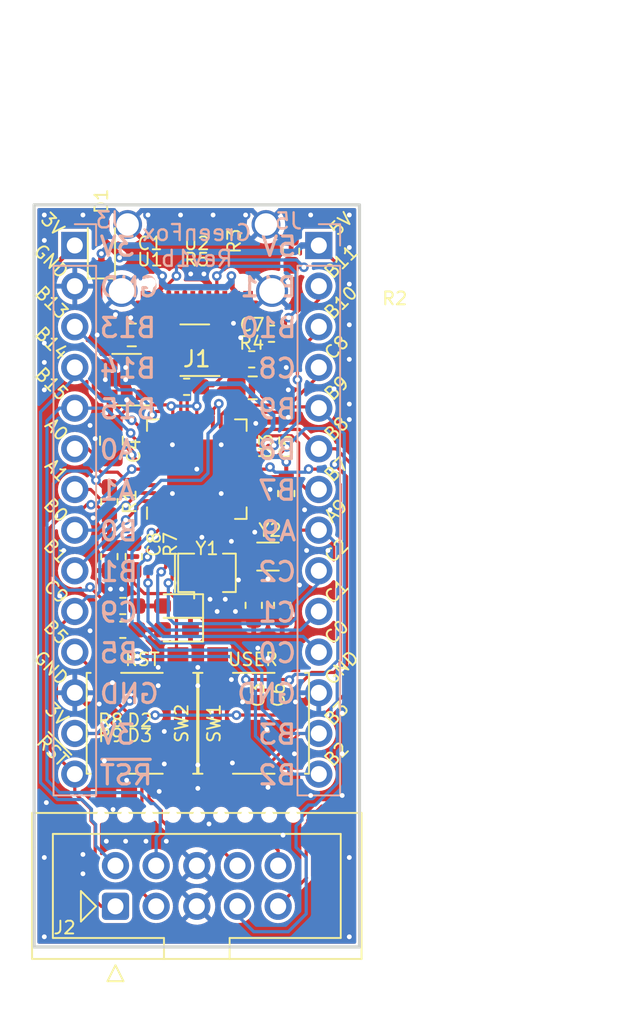
<source format=kicad_pcb>
(kicad_pcb (version 20211014) (generator pcbnew)
  (title_block (title "Green fox PIC32MM board") (date "2021-01-17") (rev "Rev1") (company "Neofoxx") (comment 3 "Fits in DIP28 socket, with breakaway programming header") (comment 4 "PIC32MM \"Green fox\" dev board"))
  (layers (0 "F.Cu" signal) (31 "B.Cu" signal) (34 "B.Paste" user) (35 "F.Paste" user) (36 "B.SilkS" user "B.Silkscreen") (37 "F.SilkS" user "F.Silkscreen") (38 "B.Mask" user) (39 "F.Mask" user) (44 "Edge.Cuts" user))
  (net 0 "")
  (net 1 "GND")
  (net 2 "+5V")
  (net 3 "/SOSCI")
  (net 4 "+3V3")
  (net 5 "/VCAP")
  (net 6 "Net-(D1-Pad2)")
  (net 7 "Net-(D2-Pad2)")
  (net 8 "Net-(D3-Pad2)")
  (net 9 "Net-(J1-PadB5)")
  (net 10 "Net-(J1-PadA5)")
  (net 11 "/USBDP")
  (net 12 "/USBDM")
  (net 13 "/TDI")
  (net 14 "/UART1_RX")
  (net 15 "/UART1_TX")
  (net 16 "/TCK")
  (net 17 "/TMS")
  (net 18 "/~{RESET}")
  (net 19 "/RB7")
  (net 20 "/RB2\\AN4")
  (net 21 "/PGED3")
  (net 22 "/LED_USER")
  (net 23 "/RC2")
  (net 24 "/RC1\\AN13")
  (net 25 "/RC0\\AN12")
  (net 26 "/TDO\\PGEC3")
  (net 27 "/RB1\\AN3")
  (net 28 "/RB0\\AN2")
  (net 29 "/RA1\\AN1")
  (net 30 "/RA0\\AN0")
  (net 31 "/RB13\\AN8")
  (net 32 "/RC8\\AN14")
  (net 33 "/RB10")
  (net 34 "/RB11")
  (net 35 "/OSC2")
  (net 36 "/SOSCO")
  (net 37 "Net-(R7-Pad1)")
  (net 38 "/BTN_USER")
  (net 39 "/OSC1")
  (footprint "Capacitor_SMD:C_0805_2012Metric_Pad1.15x1.40mm_HandSolder" (layer "F.Cu") (at 120.396 71.628)
    (fp_text reference "C1")
    (fp_text value "4.7uF")
  )
  (footprint "Capacitor_SMD:C_0603_1608Metric_Pad1.05x0.95mm_HandSolder" (layer "F.Cu") (at 129.794 88.519 -90)
    (fp_text reference "C6")
    (fp_text value "27pF")
  )
  (footprint "Diode_SMD:D_SOD-323_HandSoldering" (layer "F.Cu") (at 118.5 66.2 90)
    (fp_text reference "D1")
    (fp_text value "D_Schottky")
  )
  (footprint "LED_SMD:LED_0603_1608Metric_Pad1.05x0.95mm_HandSolder" (layer "F.Cu") (at 123.1905 90.043 180)
    (fp_text reference "D3")
    (fp_text value "LED")
  )
  (footprint "Neofoxx's Library:Jing_USB_C_2_0_16pin_receptable_noSlots" (layer "F.Cu") (at 124.46 62.1284 180)
    (fp_text reference "J1")
    (fp_text value "USB_C_Receptacle_USB2.0")
  )
  (footprint "Connector_IDC:IDC-Header_2x05_P2.54mm_Vertical" (layer "F.Cu") (at 119.38 107.315 90)
    (fp_text reference "J2")
    (fp_text value "Conn_02x05_Odd_Even")
  )
  (footprint "Resistor_SMD:R_0603_1608Metric_Pad1.05x0.95mm_HandSolder" (layer "F.Cu") (at 129.125 71.55)
    (fp_text reference "R2")
    (fp_text value "5k1")
  )
  (footprint "Resistor_SMD:R_0603_1608Metric_Pad1.05x0.95mm_HandSolder" (layer "F.Cu") (at 130.35 66.4 -90)
    (fp_text reference "R3")
    (fp_text value "5k1")
  )
  (footprint "Resistor_SMD:R_0603_1608Metric_Pad1.05x0.95mm_HandSolder" (layer "F.Cu") (at 127.889 73.152 180)
    (fp_text reference "R4")
    (fp_text value "DNS")
  )
  (footprint "Resistor_SMD:R_0603_1608Metric_Pad1.05x0.95mm_HandSolder" (layer "F.Cu") (at 120.523 85.471 90)
    (fp_text reference "R7")
    (fp_text value "100R")
  )
  (footprint "Resistor_SMD:R_0603_1608Metric_Pad1.05x0.95mm_HandSolder" (layer "F.Cu") (at 119.8385 88.558 180)
    (fp_text reference "R8")
    (fp_text value "10k")
  )
  (footprint "Resistor_SMD:R_0603_1608Metric_Pad1.05x0.95mm_HandSolder" (layer "F.Cu") (at 119.8385 90.043 180)
    (fp_text reference "R9")
    (fp_text value "10k")
  )
  (footprint "Button_Switch_SMD:SW_SPST_B3S-1000" (layer "F.Cu") (at 128.016 95.885 90)
    (fp_text reference "SW2")
    (fp_text value "SW_Push")
  )
  (footprint "Crystal:Crystal_SMD_3215-2Pin_3.2x1.5mm" (layer "F.Cu") (at 128.905 85.471 180)
    (fp_text reference "Y2")
    (fp_text value "32.768kHz")
  )
  (footprint "Button_Switch_SMD:SW_SPST_B3S-1000" (layer "F.Cu") (at 121.031 95.885 -90)
    (fp_text reference "SW1")
    (fp_text value "SW_Push")
  )
  (footprint "Capacitor_SMD:C_0805_2012Metric_Pad1.15x1.40mm_HandSolder" (layer "F.Cu") (at 119.126 78.232 -90)
    (fp_text reference "C4")
    (fp_text value "4.7uF")
  )
  (footprint "Capacitor_SMD:C_0603_1608Metric_Pad1.05x0.95mm_HandSolder" (layer "F.Cu") (at 128.016 88.519 -90)
    (fp_text reference "C3")
    (fp_text value "27pF")
  )
  (footprint "Resistor_SMD:R_0603_1608Metric_Pad1.05x0.95mm_HandSolder" (layer "F.Cu") (at 118.999 82.042 90)
    (fp_text reference "R1")
    (fp_text value "10k")
  )
  (footprint "Package_DFN_QFN:QFN-36-1EP_6x6mm_P0.5mm_EP3.7x3.7mm" (layer "F.Cu") (at 124.46 80.01 90)
    (fp_text reference "U3")
    (fp_text value "PIC32MM0256GPM036-IM2")
  )
  (footprint "Capacitor_SMD:C_0603_1608Metric_Pad1.05x0.95mm_HandSolder" (layer "F.Cu") (at 118.999 85.471 -90)
    (fp_text reference "C8")
    (fp_text value "100nF")
  )
  (footprint "LED_SMD:LED_0603_1608Metric_Pad1.05x0.95mm_HandSolder" (layer "F.Cu") (at 123.1905 88.558 180)
    (fp_text reference "D2")
    (fp_text value "LED")
  )
  (footprint "Capacitor_SMD:C_0805_2012Metric_Pad1.15x1.40mm_HandSolder" (layer "F.Cu") (at 127.9525 74.93)
    (fp_text reference "C7")
    (fp_text value "10uF")
  )
  (footprint "Capacitor_SMD:C_0603_1608Metric_Pad1.05x0.95mm_HandSolder" (layer "F.Cu") (at 130.048 81.534 -90)
    (fp_text reference "C5")
    (fp_text value "100nF")
  )
  (footprint "Package_TO_SOT_SMD:SOT-23-6" (layer "F.Cu") (at 124.333 72.5805 180)
    (fp_text reference "U2")
    (fp_text value "SRV05-4")
  )
  (footprint "Resistor_SMD:R_0603_1608Metric_Pad1.05x0.95mm_HandSolder" (layer "F.Cu") (at 123.825 74.8665 180)
    (fp_text reference "R5")
    (fp_text value "DNS")
  )
  (footprint "Crystal:Resonator_SMD_muRata_CSTxExxV-3Pin_3.0x1.1mm" (layer "F.Cu") (at 125.095 86.487)
    (fp_text reference "Y1")
    (fp_text value "8MHz")
  )
  (footprint "Package_TO_SOT_SMD:SOT-23-5" (layer "F.Cu") (at 120.0785 74.422 180)
    (fp_text reference "U1")
    (fp_text value "LN1134-3.3V")
  )
  (footprint "Fiducial:Fiducial_0.5mm_Mask1mm" (layer "F.Cu") (at 124.46 64.5668)
    (fp_text reference "FID1" hide)
    (fp_text value "Fiducial")
  )
  (footprint "Fiducial:Fiducial_0.5mm_Mask1mm" (layer "F.Cu") (at 116.175 106.045)
    (fp_text reference "FID2" hide)
    (fp_text value "Fiducial")
  )
  (footprint "Fiducial:Fiducial_0.5mm_Mask1mm" (layer "F.Cu") (at 132.685 106.045)
    (fp_text reference "FID3" hide)
    (fp_text value "Fiducial")
  )
  (footprint "KiCAD library:MouseBiteHole_0.5mm" (layer "F.Cu") (at 122.979 101.6)
    (fp_text reference "H4" hide)
    (fp_text value "MB_0.5mm" hide)
  )
  (footprint "KiCAD library:MouseBiteHole_0.5mm" (layer "F.Cu") (at 124.479 101.6)
    (fp_text reference "H5" hide)
    (fp_text value "MB_0.5mm" hide)
  )
  (footprint "KiCAD library:MouseBiteHole_0.5mm" (layer "F.Cu") (at 127.479 101.6)
    (fp_text reference "H7" hide)
    (fp_text value "MB_0.5mm" hide)
  )
  (footprint "KiCAD library:MouseBiteHole_0.5mm" (layer "F.Cu") (at 125.979 101.6)
    (fp_text reference "H6" hide)
    (fp_text value "MB_0.5mm" hide)
  )
  (footprint "KiCAD library:MouseBiteHole_0.5mm" (layer "F.Cu") (at 118.479 101.6)
    (fp_text reference "H1" hide)
    (fp_text value "MB_0.5mm" hide)
  )
  (footprint "KiCAD library:MouseBiteHole_0.5mm" (layer "F.Cu") (at 119.979 101.6)
    (fp_text reference "H2" hide)
    (fp_text value "MB_0.5mm" hide)
  )
  (footprint "KiCAD library:MouseBiteHole_0.5mm" (layer "F.Cu") (at 121.479 101.6)
    (fp_text reference "H3" hide)
    (fp_text value "MB_0.5mm" hide)
  )
  (footprint "KiCAD library:MouseBiteHole_0.5mm" (layer "F.Cu") (at 128.979 101.6)
    (fp_text reference "H8" hide)
    (fp_text value "MB_0.5mm" hide)
  )
  (footprint "KiCAD library:MouseBiteHole_0.5mm" (layer "F.Cu") (at 130.479 101.6)
    (fp_text reference "H9" hide)
    (fp_text value "MB_0.5mm" hide)
  )
  (footprint "Connector_PinHeader_2.54mm:PinHeader_1x14_P2.54mm_Vertical" (layer "B.Cu") (at 116.84 66.04 180)
    (fp_text reference "J3")
    (fp_text value "Conn_01x14")
  )
  (footprint "Connector_PinHeader_2.54mm:PinHeader_1x14_P2.54mm_Vertical" (layer "B.Cu") (at 132.08 66.04 180)
    (fp_text reference "J5")
    (fp_text value "Conn_01x14")
  )
  (footprint "KiCAD library:FOX_LOGO_MASK" (layer "B.Cu") (at 124.46 72.0344 180)
    (fp_text reference "MARK1" hide)
    (fp_text value "LOGO" hide)
  )
  (gr_line (start 118.1735 107.315) (end 117.221 106.3625) (layer "F.SilkS") (width 0.12))
  (gr_line (start 117.221 108.2675) (end 117.221 106.3625) (layer "F.SilkS") (width 0.12))
  (gr_line (start 118.1735 107.315) (end 117.221 108.2675) (layer "F.SilkS") (width 0.12))
  (gr_line (start 114.3 103.632) (end 114.3 63.5) (layer "Edge.Cuts") (width 0.2))
  (gr_line (start 134.62 109.855) (end 134.62 103.632) (layer "Edge.Cuts") (width 0.2))
  (gr_line (start 114.3 109.855) (end 134.62 109.855) (layer "Edge.Cuts") (width 0.2))
  (gr_line (start 114.3 63.5) (end 134.62 63.5) (layer "Edge.Cuts") (width 0.2))
  (gr_line (start 114.3 103.632) (end 114.3 109.855) (layer "Edge.Cuts") (width 0.2))
  (gr_line (start 134.62 63.5) (end 134.62 103.632) (layer "Edge.Cuts") (width 0.2))
  (gr_text "C0" (at 130.780785 91.5035) (layer "B.SilkS") (effects (font (size 1.2 1.2) (thickness 0.2)) (justify left mirror)))
  (gr_text "C8" (at 130.780785 73.7235) (layer "B.SilkS") (effects (font (size 1.2 1.2) (thickness 0.2)) (justify left mirror)))
  (gr_text "B10" (at 130.806143 71.1835) (layer "B.SilkS") (effects (font (size 1.2 1.2) (thickness 0.2)) (justify left mirror)))
  (gr_text "5V" (at 130.806143 66.1035) (layer "B.SilkS") (effects (font (size 1.2 1.2) (thickness 0.2)) (justify left mirror)))
  (gr_text "B2" (at 130.780785 99.1235) (layer "B.SilkS") (effects (font (size 1.2 1.2) (thickness 0.2)) (justify left mirror)))
  (gr_text "C2" (at 130.780785 86.4235) (layer "B.SilkS") (effects (font (size 1.2 1.2) (thickness 0.2)) (justify left mirror)))
  (gr_text "GND" (at 130.780785 94.0435) (layer "B.SilkS") (effects (font (size 1.2 1.2) (thickness 0.2)) (justify left mirror)))
  (gr_text "B8" (at 130.780785 78.8035) (layer "B.SilkS") (effects (font (size 1.2 1.2) (thickness 0.2)) (justify left mirror)))
  (gr_text "B7" (at 130.780785 81.3435) (layer "B.SilkS") (effects (font (size 1.2 1.2) (thickness 0.2)) (justify left mirror)))
  (gr_text "A9" (at 130.780785 83.8835) (layer "B.SilkS") (effects (font (size 1.2 1.2) (thickness 0.2)) (justify left mirror)))
  (gr_text "B11" (at 130.806143 68.6435) (layer "B.SilkS") (effects (font (size 1.2 1.2) (thickness 0.2)) (justify left mirror)))
  (gr_text "C1" (at 130.780785 88.9635) (layer "B.SilkS") (effects (font (size 1.2 1.2) (thickness 0.2)) (justify left mirror)))
  (gr_text "B9" (at 130.780785 76.2635) (layer "B.SilkS") (effects (font (size 1.2 1.2) (thickness 0.2)) (justify left mirror)))
  (gr_text "B3" (at 130.780785 96.5835) (layer "B.SilkS") (effects (font (size 1.2 1.2) (thickness 0.2)) (justify left mirror)))
  (gr_text "B1" (at 118.280619 86.4235) (layer "B.SilkS") (effects (font (size 1.2 1.2) (thickness 0.2)) (justify right mirror)))
  (gr_text "B14" (at 118.280619 73.7235) (layer "B.SilkS") (effects (font (size 1.2 1.2) (thickness 0.2)) (justify right mirror)))
  (gr_text "B15" (at 118.280619 76.2635) (layer "B.SilkS") (effects (font (size 1.2 1.2) (thickness 0.2)) (justify right mirror)))
  (gr_text "3V" (at 118.280619 96.5835) (layer "B.SilkS") (effects (font (size 1.2 1.2) (thickness 0.2)) (justify right mirror)))
  (gr_text "GND" (at 118.280619 68.6435) (layer "B.SilkS") (effects (font (size 1.2 1.2) (thickness 0.2)) (justify right mirror)))
  (gr_text "B5" (at 118.280619 91.5035) (layer "B.SilkS") (effects (font (size 1.2 1.2) (thickness 0.2)) (justify right mirror)))
  (gr_text "A1" (at 118.280619 81.3435) (layer "B.SilkS") (effects (font (size 1.2 1.2) (thickness 0.2)) (justify right mirror)))
  (gr_text "GND" (at 118.280619 94.0435) (layer "B.SilkS") (effects (font (size 1.2 1.2) (thickness 0.2)) (justify right mirror)))
  (gr_text "3V" (at 118.280619 66.1035) (layer "B.SilkS") (effects (font (size 1.2 1.2) (thickness 0.2)) (justify right mirror)))
  (gr_text "B0" (at 118.280619 83.8835) (layer "B.SilkS") (effects (font (size 1.2 1.2) (thickness 0.2)) (justify right mirror)))
  (gr_text "~{RST}" (at 118.280619 99.1235) (layer "B.SilkS") (effects (font (size 1.2 1.2) (thickness 0.2)) (justify right mirror)))
  (gr_text "C9" (at 118.280619 88.9635) (layer "B.SilkS") (effects (font (size 1.2 1.2) (thickness 0.2)) (justify right mirror)))
  (gr_text "A0" (at 118.280619 78.8035) (layer "B.SilkS") (effects (font (size 1.2 1.2) (thickness 0.2)) (justify right mirror)))
  (gr_text "B13" (at 118.280619 71.1835) (layer "B.SilkS") (effects (font (size 1.2 1.2) (thickness 0.2)) (justify right mirror)))
  (gr_text "GreenFox\nRev1b" (at 124.46 66.05) (layer "B.SilkS") (effects (font (size 1 1)) (justify mirror)))
  (gr_text "B10" (at 132.588 70.485 45) (layer "F.SilkS") (effects (font (size 0.8 0.8) (thickness 0.12)) (justify left)))
  (gr_text "C8" (at 132.588 73.025 45) (layer "F.SilkS") (effects (font (size 0.8 0.8) (thickness 0.12)) (justify left)))
  (gr_text "B9" (at 132.588 75.565 45) (layer "F.SilkS") (effects (font (size 0.8 0.8) (thickness 0.12)) (justify left)))
  (gr_text "B7" (at 132.588 80.645 45) (layer "F.SilkS") (effects (font (size 0.8 0.8) (thickness 0.12)) (justify left)))
  (gr_text "B8" (at 132.588 78.105 45) (layer "F.SilkS") (effects (font (size 0.8 0.8) (thickness 0.12)) (justify left)))
  (gr_text "A9" (at 132.588 83.185 45) (layer "F.SilkS") (effects (font (size 0.8 0.8) (thickness 0.12)) (justify left)))
  (gr_text "C2" (at 132.588 85.725 45) (layer "F.SilkS") (effects (font (size 0.8 0.8) (thickness 0.12)) (justify left)))
  (gr_text "C1" (at 132.588 88.265 45) (layer "F.SilkS") (effects (font (size 0.8 0.8) (thickness 0.12)) (justify left)))
  (gr_text "C0" (at 132.588 90.805 45) (layer "F.SilkS") (effects (font (size 0.8 0.8) (thickness 0.12)) (justify left)))
  (gr_text "C9" (at 116.2685 88.265 315) (layer "F.SilkS") (effects (font (size 0.8 0.8) (thickness 0.12)) (justify right)))
  (gr_text "B1" (at 116.2685 85.725 315) (layer "F.SilkS") (effects (font (size 0.8 0.8) (thickness 0.12)) (justify right)))
  (gr_text "B0" (at 116.2685 83.185 315) (layer "F.SilkS") (effects (font (size 0.8 0.8) (thickness 0.12)) (justify right)))
  (gr_text "A0" (at 116.2685 78.105 315) (layer "F.SilkS") (effects (font (size 0.8 0.8) (thickness 0.12)) (justify right)))
  (gr_text "B15" (at 116.2685 75.565 315) (layer "F.SilkS") (effects (font (size 0.8 0.8) (thickness 0.12)) (justify right)))
  (gr_text "B14" (at 116.2685 73.025 315) (layer "F.SilkS") (effects (font (size 0.8 0.8) (thickness 0.12)) (justify right)))
  (gr_text "B13" (at 116.2685 70.485 315) (layer "F.SilkS") (effects (font (size 0.8 0.8) (thickness 0.12)) (justify right)))
  (gr_text "3V" (at 116.0145 65.278 315) (layer "F.SilkS") (effects (font (size 0.8 0.8) (thickness 0.12)) (justify right)))
  (gr_text "A1" (at 116.2685 80.645 315) (layer "F.SilkS") (effects (font (size 0.8 0.8) (thickness 0.12)) (justify right)))
  (gr_text "GND" (at 116.2685 67.945 315) (layer "F.SilkS") (effects (font (size 0.8 0.8) (thickness 0.12)) (justify right)))
  (gr_text "~{RST}" (at 116.2685 98.425 315) (layer "F.SilkS") (effects (font (size 0.8 0.8) (thickness 0.12)) (justify right)))
  (gr_text "3V" (at 116.2685 95.885 315) (layer "F.SilkS") (effects (font (size 0.8 0.8) (thickness 0.12)) (justify right)))
  (gr_text "GND" (at 116.2685 93.345 315) (layer "F.SilkS") (effects (font (size 0.8 0.8) (thickness 0.12)) (justify right)))
  (gr_text "B5" (at 116.2685 90.805 315) (layer "F.SilkS") (effects (font (size 0.8 0.8) (thickness 0.12)) (justify right)))
  (gr_text "GND" (at 132.588 93.345 45) (layer "F.SilkS") (effects (font (size 0.8 0.8) (thickness 0.12)) (justify left)))
  (gr_text "B2" (at 132.588 98.425 45) (layer "F.SilkS") (effects (font (size 0.8 0.8) (thickness 0.12)) (justify left)))
  (gr_text "B3" (at 132.588 95.885 45) (layer "F.SilkS") (effects (font (size 0.8 0.8) (thickness 0.12)) (justify left)))
  (gr_text "B11" (at 132.588 67.945 45) (layer "F.SilkS") (effects (font (size 0.8 0.8) (thickness 0.12)) (justify left)))
  (gr_text "RST" (at 121.0564 91.8972) (layer "F.SilkS") (effects (font (size 0.8 0.8) (thickness 0.12))))
  (gr_text "USER" (at 127.9652 91.8972) (layer "F.SilkS") (effects (font (size 0.8 0.8) (thickness 0.12))))
  (gr_text "5V" (at 132.9055 65.278 45) (layer "F.SilkS") (effects (font (size 0.8 0.8) (thickness 0.12)) (justify left)))
  (segment (start 121.26 70.1925) (end 120.904 70.5485) (width 0.5) (layer "F.Cu") (net 1))
  (segment (start 121.5225 79.01) (end 123.46 79.01) (width 0.25) (layer "F.Cu") (net 1))
  (segment (start 126.177 71.6305) (end 126.619 72.0725) (width 0.4) (layer "F.Cu") (net 1))
  (segment (start 131.572 100.3935) (end 130.7995 100.3935) (width 0.4) (layer "F.Cu") (net 1))
  (segment (start 121.26 69.6284) (end 121.26 71.467) (width 0.5) (layer "F.Cu") (net 1))
  (segment (start 130.048 82.296) (end 129.032 81.28) (width 0.4) (layer "F.Cu") (net 1))
  (segment (start 127.66 69.6284) (end 127.66 69.96) (width 0.6) (layer "F.Cu") (net 1))
  (segment (start 127.66 69.96) (end 128.3 70.6) (width 0.6) (layer "F.Cu") (net 1))
  (segment (start 130.048 82.409) (end 130.048 82.296) (width 0.4) (layer "F.Cu") (net 1))
  (segment (start 118.9355 87.376) (end 118.680502 87.376) (width 0.2) (layer "F.Cu") (net 1))
  (segment (start 120.904 70.5485) (end 120.3325 70.5485) (width 0.5) (layer "F.Cu") (net 1))
  (segment (start 125.095 87.637) (end 125.095 86.487) (width 0.2) (layer "F.Cu") (net 1))
  (segment (start 118.680502 87.376) (end 118.080501 86.775999) (width 0.2) (layer "F.Cu") (net 1))
  (segment (start 132.08 93.98) (end 131.826 93.98) (width 0.5) (layer "F.Cu") (net 1))
  (segment (start 130.048 82.028) (end 129.653 82.028) (width 0.254) (layer "F.Cu") (net 1))
  (segment (start 130.048 82.409) (end 131.05 82.409) (width 0.4) (layer "F.Cu") (net 1))
  (segment (start 129.653 82.028) (end 128.905 81.28) (width 0.254) (layer "F.Cu") (net 1))
  (segment (start 131.826 93.98) (end 131.2545 94.5515) (width 0.5) (layer "F.Cu") (net 1))
  (segment (start 125.433 71.6305) (end 126.177 71.6305) (width 0.4) (layer "F.Cu") (net 1))
  (segment (start 119.126 79.257) (end 119.126 79.248) (width 0.5) (layer "F.Cu") (net 1))
  (segment (start 127.3975 81.01) (end 128.635 81.01) (width 0.25) (layer "F.Cu") (net 1))
  (segment (start 123.46 79.01) (end 124.46 80.01) (width 0.254) (layer "F.Cu") (net 1))
  (segment (start 124.96 82.9475) (end 124.96 80.51) (width 0.25) (layer "F.Cu") (net 1))
  (segment (start 126.111 72.5805) (end 126.619 72.0725) (width 0.4) (layer "F.Cu") (net 1))
  (segment (start 125.46 81.01) (end 124.46 80.01) (width 0.254) (layer "F.Cu") (net 1))
  (segment (start 131.2545 94.5515) (end 130.6195 94.5515) (width 0.5) (layer "F.Cu") (net 1))
  (segment (start 118.080501 86.775999) (end 117.983 86.775999) (width 0.2) (layer "F.Cu") (net 1))
  (segment (start 119.126 79.257) (end 119.126 79.121) (width 0.5) (layer "F.Cu") (net 1))
  (segment (start 124.0655 90.043) (end 124.0655 90.728) (width 0.2) (layer "F.Cu") (net 1))
  (segment (start 118.364 94.6785) (end 117.5385 94.6785) (width 0.3) (layer "F.Cu") (net 1))
  (segment (start 123.454999 87.737001) (end 124.994999 87.737001) (width 0.2) (layer "F.Cu") (net 1))
  (segment (start 119.0625 87.503) (end 118.9355 87.376) (width 0.2) (layer "F.Cu") (net 1))
  (segment (start 117.5385 94.6785) (end 116.84 93.98) (width 0.3) (layer "F.Cu") (net 1))
  (segment (start 119.126 79.121) (end 118.11 78.105) (width 0.5) (layer "F.Cu") (net 1))
  (segment (start 121.26 71.467) (end 121.421 71.628) (width 0.5) (layer "F.Cu") (net 1))
  (segment (start 127.3975 81.01) (end 125.46 81.01) (width 0.25) (layer "F.Cu") (net 1))
  (segment (start 124.5235 91.186) (end 124.5235 92.3925) (width 0.2) (layer "F.Cu") (net 1))
  (segment (start 124.994999 87.737001) (end 125.095 87.637) (width 0.2) (layer "F.Cu") (net 1))
  (segment (start 128.635 81.01) (end 128.905 81.28) (width 0.254) (layer "F.Cu") (net 1))
  (segment (start 124.96 80.51) (end 124.46 80.01) (width 0.254) (layer "F.Cu") (net 1))
  (segment (start 131.05 82.409) (end 131.191 82.55) (width 0.4) (layer "F.Cu") (net 1))
  (segment (start 129.1054 64.403) (end 128.78 64.7284) (width 0.4) (layer "F.Cu") (net 1))
  (segment (start 124.0655 90.728) (end 124.5235 91.186) (width 0.2) (layer "F.Cu") (net 1))
  (segment (start 125.433 72.5805) (end 126.111 72.5805) (width 0.4) (layer "F.Cu") (net 1))
  (segment (start 121.26 69.6284) (end 121.26 70.1925) (width 0.5) (layer "F.Cu") (net 1))
  (segment (start 130.7995 100.3935) (end 130.266 99.86) (width 0.4) (layer "F.Cu") (net 1))
  (via (at 131.318 85.09) (size 0.6) (drill 0.3) (layers "F.Cu" "B.Cu") (net 1))
  (via (at 132.7785 82.55) (size 0.6) (drill 0.3) (layers "F.Cu" "B.Cu") (net 1))
  (via (at 132.6515 85.09) (size 0.6) (drill 0.3) (layers "F.Cu" "B.Cu") (net 1))
  (via (at 119.0625 87.503) (size 0.6) (drill 0.3) (layers "F.Cu" "B.Cu") (net 1))
  (via (at 122.936 78.486) (size 0.6) (drill 0.3) (layers "F.Cu" "B.Cu") (net 1))
  (via (at 122.936 81.534) (size 0.6) (drill 0.3) (layers "F.Cu" "B.Cu") (net 1))
  (via (at 125.984 81.534) (size 0.6) (drill 0.3) (layers "F.Cu" "B.Cu") (net 1))
  (via (at 124.079 67.818) (size 0.6) (drill 0.3) (layers "F.Cu" "B.Cu") (net 1))
  (via (at 125.2855 88.138) (size 0.6) (drill 0.3) (layers "F.Cu" "B.Cu") (net 1))
  (via (at 115.89512 87.92464) (size 0.6) (drill 0.3) (layers "F.Cu" "B.Cu") (net 1))
  (via (at 128.905 91.821) (size 0.6) (drill 0.3) (layers "F.Cu" "B.Cu") (net 1))
  (via (at 123.444 64.135) (size 0.6) (drill 0.3) (layers "F.Cu" "B.Cu") (net 1))
  (via (at 121.285 103.251) (size 0.6) (drill 0.3) (layers "F.Cu" "B.Cu") (net 1))
  (via (at 127.2 71.8) (size 0.6) (drill 0.3) (layers "F.Cu" "B.Cu") (net 1))
  (via (at 124.5235 98.4885) (size 0.6) (drill 0.3) (layers "F.Cu" "B.Cu") (net 1))
  (via (at 119.38 70.358) (size 0.6) (drill 0.3) (layers "F.Cu" "B.Cu") (net 1))
  (via (at 117.7925 77.2795) (size 0.6) (drill 0.3) (layers "F.Cu" "B.Cu") (net 1))
  (via (at 120.0785 75.692) (size 0.6) (drill 0.3) (layers "F.Cu" "B.Cu") (net 1))
  (via (at 126.619 84.5185) (size 0.6) (drill 0.3) (layers "F.Cu" "B.Cu") (net 1))
  (via (at 130.6195 94.5515) (size 0.6) (drill 0.3) (layers "F.Cu" "B.Cu") (net 1))
  (via (at 115.062 100.838) (size 0.6) (drill 0.3) (layers "F.Cu" "B.Cu") (net 1))
  (via (at 131.572 64.135) (size 0.6) (drill 0.3) (layers "F.Cu" "B.Cu") (net 1))
  (via (at 124.5235 99.949) (size 0.6) (drill 0.3) (layers "F.Cu" "B.Cu") (net 1))
  (via (at 129.032 81.28) (size 0.6) (drill 0.3) (layers "F.Cu" "B.Cu") (net 1))
  (via (at 122.1105 100.1395) (size 0.6) (drill 0.3) (layers "F.Cu" "B.Cu") (net 1))
  (via (at 117.7925 90.1065) (size 0.6) (drill 0.3) (layers "F.Cu" "B.Cu") (net 1))
  (via (at 117.983 83.058) (size 0.6) (drill 0.3) (layers "F.Cu" "B.Cu") (net 1))
  (via (at 128.0795 83.947) (size 0.6) (drill 0.3) (layers "F.Cu" "B.Cu") (net 1))
  (via (at 126.6825 98.3615) (size 0.6) (drill 0.3) (layers "F.Cu" "B.Cu") (net 1))
  (via (at 133.985 109.22) (size 0.6) (drill 0.3) (layers "F.Cu" "B.Cu") (net 1))
  (via (at 119.2276 101.2698) (size 0.6) (drill 0.3) (layers "F.Cu" "B.Cu") (net 1))
  (via (at 114.935 109.22) (size 0.6) (drill 0.3) (layers "F.Cu" "B.Cu") (net 1))
  (via (at 120.3325 70.5485) (size 0.6) (drill 0.3) (layers "F.Cu" "B.Cu") (net 1))
  (via (at 117.348 104.0765) (size 0.6) (drill 0.3) (layers "F.Cu" "B.Cu") (net 1))
  (via (at 118.11 78.105) (size 0.6) (drill 0.3) (layers "F.Cu" "B.Cu") (net 1))
  (via (at 120.015 74.422) (size 0.6) (drill 0.3) (layers "F.Cu" "B.Cu") (net 1))
  (via (at 128.905 86.868) (size 0.6) (drill 0.3) (layers "F.Cu" "B.Cu") (net 1))
  (via (at 133.985 76.9112) (size 0.6) (drill 0.3) (layers "F.Cu" "B.Cu") (net 1))
  (via (at 122.047 92.3925) (size 0.6) (drill 0.3) (layers "F.Cu" "B.Cu") (net 1))
  (via (at 130.175 75.057) (size 0.6) (drill 0.3) (layers "F.Cu" "B.Cu") (net 1))
  (via (at 128.143 77.1525) (size 0.6) (drill 0.3) (layers "F.Cu" "B.Cu") (net 1))
  (via (at 129.8448 102.87) (size 0.6) (drill 0.3) (layers "F.Cu" "B.Cu") (net 1))
  (via (at 120.0785 99.441) (size 0.6) (drill 0.3) (layers "F.Cu" "B.Cu") (net 1))
  (via (at 128.27 91.186) (size 0.6) (drill 0.3) (layers "F.Cu" "B.Cu") (net 1))
  (via (at 119.761 87.503) (size 0.6) (drill 0.3) (layers "F.Cu" "B.Cu") (net 1))
  (via (at 130.556 97.79) (size 0.6) (drill 0.3) (layers "F.Cu" "B.Cu") (net 1))
  (via (at 126.873 88.9) (size 0.6) (drill 0.3) (layers "F.Cu" "B.Cu") (net 1))
  (via (at 133.5405 97.79) (size 0.6) (drill 0.3) (layers "F.Cu" "B.Cu") (net 1))
  (via (at 133.985 68.453) (size 0.6) (drill 0.3) (layers "F.Cu" "B.Cu") (net 1))
  (via (at 128.905 99.8855) (size 0.6) (drill 0.3) (layers "F.Cu" "B.Cu") (net 1))
  (via (at 122.428 98.425) (size 0.6) (drill 0.3) (layers "F.Cu" "B.Cu") (net 1))
  (via (at 133.0325 74.9935) (size 0.6) (drill 0.3) (layers "F.Cu" "B.Cu") (net 1))
  (via (at 114.935 72.136) (size 0.6) (drill 0.3) (layers "F.Cu" "B.Cu") (net 1))
  (via (at 125.222 102.1715) (size 0.6) (drill 0.3) (layers "F.Cu" "B.Cu") (net 1))
  (via (at 133.985 66.167) (size 0.6) (drill 0.3) (layers "F.Cu" "B.Cu") (net 1))
  (via (at 130.048 73.66) (size 0.6) (drill 0.3) (layers "F.Cu" "B.Cu") (net 1))
  (via (at 133.5405 100.3935) (size 0.6) (drill 0.3) (layers "F.Cu" "B.Cu") (net 1))
  (via (at 126.619 93.1545) (size 0.6) (drill 0.3) (layers "F.Cu" "B.Cu") (net 1))
  (via (at 118.6815 98.2345) (size 0.6) (drill 0.3) (layers "F.Cu" "B.Cu") (net 1))
  (via (at 127.0635 86.9315) (size 0.6) (drill 0.3) (layers "F.Cu" "B.Cu") (net 1))
  (via (at 125.476 64.135) (size 0.6) (drill 0.3) (layers "F.Cu" "B.Cu") (net 1))
  (via (at 133.985 75.946) (size 0.6) (drill 0.3) (layers "F.Cu" "B.Cu") (net 1))
  (via (at 118.745 74.422) (size 0.6) (drill 0.3) (layers "F.Cu" "B.Cu") (net 1))
  (via (at 124.9045 67.818) (size 0.6) (drill 0.3) (layers "F.Cu" "B.Cu") (net 1))
  (via (at 121.412 64.135) (size 0.6) (drill 0.3) (layers "F.Cu" "B.Cu") (net 1))
  (via (at 124.5235 93.5355) (size 0.6) (drill 0.3) (layers "F.Cu" "B.Cu") (net 1))
  (via (at 126.238 88.138) (size 0.6) (drill 0.3) (layers "F.Cu" "B.Cu") (net 1))
  (via (at 118.364 94.6785) (size 0.6) (drill 0.3) (layers "F.Cu" "B.Cu") (net 1))
  (via (at 133.985 70.993) (size 0.6) (drill 0.3) (layers "F.Cu" "B.Cu") (net 1))
  (via (at 114.935 64.135) (size 0.6) (drill 0.3) (layers "F.Cu" "B.Cu") (net 1))
  (via (at 128.8415 96.266) (size 0.6) (drill 0.3) (layers "F.Cu" "B.Cu") (net 1))
  (via (at 124.46 80.01) (size 0.6) (drill 0.3) (layers "F.Cu" "B.Cu") (net 1))
  (via (at 127.3175 94.5515) (size 0.6) (drill 0.3) (layers "F.Cu" "B.Cu") (net 1))
  (via (at 133.985 104.267) (size 0.6) (drill 0.3) (layers "F.Cu" "B.Cu") (net 1))
  (via (at 114.935 65.7225) (size 0.6) (drill 0.3) (layers "F.Cu" "B.Cu") (net 1))
  (via (at 119.1895 93.345) (size 0.6) (drill 0.3) (layers "F.Cu" "B.Cu") (net 1))
  (via (at 133.985 73.152) (size 0.6) (drill 0.3) (layers "F.Cu" "B.Cu") (net 1))
  (via (at 117.348 64.135) (size 0.6) (drill 0.3) (layers "F.Cu" "B.Cu") (net 1))
  (via (at 120.015 73.66) (size 0.6) (drill 0.3) (layers "F.Cu" "B.Cu") (net 1))
  (via (at 125.984 78.486) (size 0.6) (drill 0.3) (layers "F.Cu" "B.Cu") (net 1))
  (via (at 122.047 93.5355) (size 0.6) (drill 0.3) (layers "F.Cu" "B.Cu") (net 1))
  (via (at 131.191 82.55) (size 0.6) (drill 0.3) (layers "F.Cu" "B.Cu") (net 1))
  (via (at 125.73 88.9) (size 0.6) (drill 0.3) (layers "F.Cu" "B.Cu") (net 1))
  (via (at 117.348 105.283) (size 0.6) (drill 0.3) (layers "F.Cu" "B.Cu") (net 1))
  (via (at 118.8085 103.251) (size 0.6) (drill 0.3) (layers "F.Cu" "B.Cu") (net 1))
  (via (at 122.555 103.251) (size 0.6) (drill 0.3) (layers "F.Cu" "B.Cu") (net 1))
  (via (at 127.508 64.135) (size 0.6) (drill 0.3) (layers "F.Cu" "B.Cu") (net 1))
  (via (at 130.8735 87.249) (size 0.6) (drill 0.3) (layers "F.Cu" "B.Cu") (net 1))
  (via (at 114.935 73.3425) (size 0.6) (drill 0.3) (layers "F.Cu" "B.Cu") (net 1))
  (via (at 124.5235 92.3925) (size 0.6) (drill 0.3) (layers "F.Cu" "B.Cu") (net 1))
  (via (at 120.015 103.251) (size 0.6) (drill 0.3) (layers "F.Cu" "B.Cu") (net 1))
  (via (at 131.572 100.3935) (size 0.6) (drill 0.3) (layers "F.Cu" "B.Cu") (net 1))
  (via (at 116.1415 85.09) (size 0.6) (drill 0.3) (layers "F.Cu" "B.Cu") (net 1))
  (via (at 124.7775 84.2645) (size 0.6) (drill 0.3) (layers "F.Cu" "B.Cu") (net 1))
  (via (at 114.935 104.267) (size 0.6) (drill 0.3) (layers "F.Cu" "B.Cu") (net 1))
  (via (at 130.175 76.7715) (size 0.6) (drill 0.3) (layers "F.Cu" "B.Cu") (net 1))
  (via (at 114.935 75.057) (size 0.6) (drill 0.3) (layers "F.Cu" "B.Cu") (net 1))
  (via (at 126.75 70.9) (size 0.6) (drill 0.3) (layers "F.Cu" "B.Cu") (net 1))
  (via (at 133.985 64.135) (size 0.6) (drill 0.3) (layers "F.Cu" "B.Cu") (net 1))
  (via (at 122.428 96.393) (size 0.6) (drill 0.3) (layers "F.Cu" "B.Cu") (net 1))
  (via (at 118.237 71.628) (size 0.6) (drill 0.3) (layers "F.Cu" "B.Cu") (net 1))
  (via (at 133.5405 95.25) (size 0.6) (drill 0.3) (layers "F.Cu" "B.Cu") (net 1))
  (segment (start 122.301 72.5805) (end 121.4095 73.472) (width 0.4) (layer "F.Cu") (net 2))
  (segment (start 118.360489 67.589511) (end 118.360489 70.617489) (width 0.4) (layer "F.Cu") (net 2))
  (segment (start 121.0589 73.472) (end 121.1785 73.472) (width 0.4) (layer "F.Cu") (net 2))
  (segment (start 128.918552 78.52899) (end 129.286 78.52899) (width 0.2) (layer "F.Cu") (net 2))
  (segment (start 119.371 71.628) (end 119.652 71.628) (width 0.4) (layer "F.Cu") (net 2))
  (segment (start 121.732 73.472) (end 122.035501 73.775501) (width 0.254) (layer "F.Cu") (net 2))
  (segment (start 119.371 71.628) (end 119.371 71.7841) (width 0.4) (layer "F.Cu") (net 2))
  (segment (start 131.767997 72.270001) (end 130.7465 73.291498) (width 0.2) (layer "F.Cu") (net 2))
  (segment (start 122.035501 75.008601) (end 121.672102 75.372) (width 0.254) (layer "F.Cu") (net 2))
  (segment (start 130.7465 73.291498) (end 130.7465 74.422) (width 0.2) (layer "F.Cu") (net 2))
  (segment (start 121.1785 73.472) (end 121.732 73.472) (width 0.254) (layer "F.Cu") (net 2))
  (segment (start 121.672102 75.372) (end 121.1785 75.372) (width 0.254) (layer "F.Cu") (net 2))
  (segment (start 127.3975 79.01) (end 128.437542 79.01) (width 0.2) (layer "F.Cu") (net 2))
  (segment (start 132.632001 72.270001) (end 131.767997 72.270001) (width 0.2) (layer "F.Cu") (net 2))
  (segment (start 133.35 67.31) (end 133.35 71.552002) (width 0.2) (layer "F.Cu") (net 2))
  (segment (start 118.360489 70.617489) (end 119.371 71.628) (width 0.4) (layer "F.Cu") (net 2))
  (segment (start 118.5 67.45) (end 118.360489 67.589511) (width 0.4) (layer "F.Cu") (net 2))
  (segment (start 133.35 71.552002) (end 132.632001 72.270001) (width 0.2) (layer "F.Cu") (net 2))
  (segment (start 122.035501 73.775501) (end 122.035501 75.008601) (width 0.254) (layer "F.Cu") (net 2))
  (segment (start 132.08 66.04) (end 133.35 67.31) (width 0.2) (layer "F.Cu") (net 2))
  (segment (start 119.371 71.7841) (end 121.0589 73.472) (width 0.4) (layer "F.Cu") (net 2))
  (segment (start 123.233 72.5805) (end 122.301 72.5805) (width 0.4) (layer "F.Cu") (net 2))
  (segment (start 121.4095 73.472) (end 121.1785 73.472) (width 0.4) (layer "F.Cu") (net 2))
  (segment (start 128.437542 79.01) (end 128.918552 78.52899) (width 0.2) (layer "F.Cu") (net 2))
  (segment (start 118.5 66.55) (end 118.5 67.45) (width 0.4) (layer "F.Cu") (net 2))
  (via (at 118.5 66.55) (size 0.6) (drill 0.3) (layers "F.Cu" "B.Cu") (net 2))
  (via (at 129.286 78.52899) (size 0.6) (drill 0.3) (layers "F.Cu" "B.Cu") (net 2))
  (via (at 130.7465 74.422) (size 0.6) (drill 0.3) (layers "F.Cu" "B.Cu") (net 2))
  (segment (start 131.0005 66.04) (end 130.595521 66.444979) (width 0.4) (layer "B.Cu") (net 2))
  (segment (start 121.4755 66.04) (end 119.126 66.04) (width 0.4) (layer "B.Cu") (net 2))
  (segment (start 132.08 66.04) (end 131.0005 66.04) (width 0.4) (layer "B.Cu") (net 2))
  (segment (start 121.880479 66.444979) (end 121.4755 66.04) (width 0.4) (layer "B.Cu") (net 2))
  (segment (start 130.8735 76.94149) (end 130.8735 74.549) (width 0.2) (layer "B.Cu") (net 2))
  (segment (start 129.286 78.52899) (end 130.8735 76.94149) (width 0.2) (layer "B.Cu") (net 2))
  (segment (start 119.01 66.04) (end 118.5 66.55) (width 0.4) (layer "B.Cu") (net 2))
  (segment (start 130.8735 74.549) (end 130.7465 74.422) (width 0.2) (layer "B.Cu") (net 2))
  (segment (start 119.126 66.04) (end 119.01 66.04) (width 0.4) (layer "B.Cu") (net 2))
  (segment (start 130.595521 66.444979) (end 121.880479 66.444979) (width 0.4) (layer "B.Cu") (net 2))
  (segment (start 126.46 82.9475) (end 126.46 83.4705) (width 0.2) (layer "F.Cu") (net 3))
  (segment (start 128.016 86.9315) (end 128.016 87.644) (width 0.2) (layer "F.Cu") (net 3))
  (segment (start 127.655 86.5705) (end 128.016 86.9315) (width 0.2) (layer "F.Cu") (net 3))
  (segment (start 127.381 84.201) (end 127.655 84.475) (width 0.2) (layer "F.Cu") (net 3))
  (segment (start 126.46 83.4705) (end 127.1905 84.201) (width 0.2) (layer "F.Cu") (net 3))
  (segment (start 127.655 84.475) (end 127.655 85.471) (width 0.2) (layer "F.Cu") (net 3))
  (segment (start 127.1905 84.201) (end 127.381 84.201) (width 0.2) (layer "F.Cu") (net 3))
  (segment (start 127.655 85.471) (end 127.655 86.5705) (width 0.2) (layer "F.Cu") (net 3))
  (segment (start 120.785 79.51) (end 120.396 79.121) (width 0.2) (layer "F.Cu") (net 4))
  (segment (start 115.443 71.573002) (end 116.279997 72.409999) (width 0.3) (layer "F.Cu") (net 4))
  (segment (start 122.859989 76.073) (end 122.78399 75.997001) (width 0.2) (layer "F.Cu") (net 4))
  (segment (start 118.625449 81.167) (end 118.15818 80.699731) (width 0.2) (layer "F.Cu") (net 4))
  (segment (start 127.3975 80.51) (end 129.816 80.51) (width 0.254) (layer "F.Cu") (net 4))
  (segment (start 122.78399 75.997001) (end 121.366499 75.997001) (width 0.2) (layer "F.Cu") (net 4))
  (segment (start 118.9785 75.372) (end 118.9785 76.092956) (width 0.3) (layer "F.Cu") (net 4))
  (segment (start 116.279997 72.409999) (end 117.494999 72.409999) (width 0.3) (layer "F.Cu") (net 4))
  (segment (start 119.126 77.207) (end 119.074022 77.155022) (width 0.3) (layer "F.Cu") (net 4))
  (segment (start 118.9785 77.0595) (end 119.126 77.207) (width 0.3) (layer "F.Cu") (net 4))
  (segment (start 122.96 76.173011) (end 122.859989 76.073) (width 0.2) (layer "F.Cu") (net 4))
  (segment (start 120.65 106.045) (end 120.65 101.2825) (width 0.2) (layer "F.Cu") (net 4))
  (segment (start 119.074022 77.155022) (end 119.074022 76.188478) (width 0.3) (layer "F.Cu") (net 4))
  (segment (start 119.126 77.9145) (end 119.3165 78.105) (width 0.3) (layer "F.Cu") (net 4))
  (segment (start 121.031 100.9015) (end 121.031 98.298) (width 0.2) (layer "F.Cu") (net 4))
  (segment (start 129.816 80.51) (end 130.048 80.278) (width 0.254) (layer "F.Cu") (net 4))
  (segment (start 130.048 79.565504) (end 130.047996 79.5655) (width 0.254) (layer "F.Cu") (net 4))
  (segment (start 122.96 77.0725) (end 122.96 76.173011) (width 0.2) (layer "F.Cu") (net 4))
  (segment (start 119.3165 78.105) (end 119.597546 78.105) (width 0.3) (layer "F.Cu") (net 4))
  (segment (start 119.971001 76.361999) (end 119.126 77.207) (width 0.2) (layer "F.Cu") (net 4))
  (segment (start 120.396 78.903454) (end 120.396 79.121) (width 0.3) (layer "F.Cu") (net 4))
  (segment (start 120.91701 90.81801) (end 120.203354 90.81801) (width 0.2) (layer "F.Cu") (net 4))
  (segment (start 118.0465 72.9615) (end 118.0465 75.1205) (width 0.3) (layer "F.Cu") (net 4))
  (segment (start 119.126 77.207) (end 119.126 77.9145) (width 0.3) (layer "F.Cu") (net 4))
  (segment (start 121.92 107.315) (end 120.65 106.045) (width 0.2) (layer "F.Cu") (net 4))
  (segment (start 121.031 98.298) (end 119.253 96.52) (width 0.2) (layer "F.Cu") (net 4))
  (segment (start 130.048 80.659) (end 130.048 79.565504) (width 0.254) (layer "F.Cu") (net 4))
  (segment (start 118.999 81.167) (end 118.625449 81.167) (width 0.2) (layer "F.Cu") (net 4))
  (segment (start 120.269 94.488) (end 121.3485 93.4085) (width 0.2) (layer "F.Cu") (net 4))
  (segment (start 115.443 71.3105) (end 115.443 71.573002) (width 0.3) (layer "F.Cu") (net 4))
  (segment (start 115.443 67.437) (end 115.443 71.3105) (width 0.3) (layer "F.Cu") (net 4))
  (segment (start 118.298 75.372) (end 118.9785 75.372) (width 0.3) (layer "F.Cu") (net 4))
  (segment (start 119.253 96.52) (end 116.84 96.52) (width 0.2) (layer "F.Cu") (net 4))
  (segment (start 118.9785 76.092956) (end 119.074022 76.188478) (width 0.3) (layer "F.Cu") (net 4))
  (segment (start 117.494999 72.409999) (end 118.0465 72.9615) (width 0.3) (layer "F.Cu") (net 4))
  (segment (start 120.203354 90.81801) (end 119.88849 90.503146) (width 0.2) (layer "F.Cu") (net 4))
  (segment (start 119.597546 78.105) (end 120.396 78.903454) (width 0.3) (layer "F.Cu") (net 4))
  (segment (start 124.46 77.0725) (end 124.46 76.073) (width 0.2) (layer "F.Cu") (net 4))
  (segment (start 120.65 101.2825) (end 121.031 100.9015) (width 0.2) (layer "F.Cu") (net 4))
  (segment (start 119.88849 90.503146) (end 119.88849 89.47199) (width 0.2) (layer "F.Cu") (net 4))
  (segment (start 116.84 66.04) (end 115.443 67.437) (width 0.3) (layer "F.Cu") (net 4))
  (segment (start 121.5225 79.51) (end 120.785 79.51) (width 0.2) (layer "F.Cu") (net 4))
  (segment (start 121.3485 93.4085) (end 121.3485 91.2495) (width 0.2) (layer "F.Cu") (net 4))
  (segment (start 118.0465 75.1205) (end 118.298 75.372) (width 0.3) (layer "F.Cu") (net 4))
  (segment (start 121.366499 75.997001) (end 121.001501 76.361999) (width 0.2) (layer "F.Cu") (net 4))
  (segment (start 119.88849 89.47199) (end 117.7925 87.376) (width 0.2) (layer "F.Cu") (net 4))
  (segment (start 121.001501 76.361999) (end 119.971001 76.361999) (width 0.2) (layer "F.Cu") (net 4))
  (segment (start 121.3485 91.2495) (end 120.91701 90.81801) (width 0.2) (layer "F.Cu") (net 4))
  (via (at 122.859989 76.073) (size 0.6) (drill 0.3) (layers "F.Cu" "B.Cu") (net 4))
  (via (at 120.269 94.488) (size 0.6) (drill 0.3) (layers "F.Cu" "B.Cu") (net 4))
  (via (at 130.047996 79.5655) (size 0.6) (drill 0.3) (layers "F.Cu" "B.Cu") (net 4))
  (via (at 118.15818 80.699731) (size 0.6) (drill 0.3) (layers "F.Cu" "B.Cu") (net 4))
  (via (at 124.46 76.073) (size 0.6) (drill 0.3) (layers "F.Cu" "B.Cu") (net 4))
  (via (at 120.396 79.121) (size 0.6) (drill 0.3) (layers "F.Cu" "B.Cu") (net 4))
  (via (at 117.7925 87.376) (size 0.6) (drill 0.3) (layers "F.Cu" "B.Cu") (net 4))
  (segment (start 119.736911 79.121) (end 120.396 79.121) (width 0.2) (layer "B.Cu") (net 4))
  (segment (start 125.095 74.676) (end 127.254 74.676) (width 0.3) (layer "B.Cu") (net 4))
  (segment (start 118.15818 80.699731) (end 119.736911 79.121) (width 0.2) (layer "B.Cu") (net 4))
  (segment (start 129.2225 77.4065) (end 128.524 78.105) (width 0.3) (layer "B.Cu") (net 4))
  (segment (start 129.715495 79.232999) (end 130.047996 79.5655) (width 0.3) (layer "B.Cu") (net 4))
  (segment (start 129.2225 76.6445) (end 129.2225 77.4065) (width 0.3) (layer "B.Cu") (net 4))
  (segment (start 116.3955 87.5665) (end 117.602 87.5665) (width 0.2) (layer "B.Cu") (net 4))
  (segment (start 117.588448 80.129999) (end 116.287999 80.129999) (width 0.2) (layer "B.Cu") (net 4))
  (segment (start 124.46 75.311) (end 125.095 74.676) (width 0.3) (layer "B.Cu") (net 4))
  (segment (start 127.254 74.676) (end 129.2225 76.6445) (width 0.3) (layer "B.Cu") (net 4))
  (segment (start 129.028007 79.232999) (end 129.715495 79.232999) (width 0.3) (layer "B.Cu") (net 4))
  (segment (start 116.287999 80.129999) (end 115.50003 80.917968) (width 0.2) (layer "B.Cu") (net 4))
  (segment (start 118.15818 80.699731) (end 117.588448 80.129999) (width 0.2) (layer "B.Cu") (net 4))
  (segment (start 117.602 87.5665) (end 117.7925 87.376) (width 0.2) (layer "B.Cu") (net 4))
  (segment (start 128.524 78.728992) (end 129.028007 79.232999) (width 0.3) (layer "B.Cu") (net 4))
  (segment (start 124.46 76.073) (end 124.46 75.311) (width 0.3) (layer "B.Cu") (net 4))
  (segment (start 120.269 94.488) (end 118.237 96.52) (width 0.2) (layer "B.Cu") (net 4))
  (segment (start 115.50003 80.917968) (end 115.50003 86.67103) (width 0.2) (layer "B.Cu") (net 4))
  (segment (start 128.524 78.105) (end 128.524 78.728992) (width 0.3) (layer "B.Cu") (net 4))
  (segment (start 118.237 96.52) (end 116.84 96.52) (width 0.2) (layer "B.Cu") (net 4))
  (segment (start 115.50003 86.67103) (end 116.3955 87.5665) (width 0.2) (layer "B.Cu") (net 4))
  (segment (start 122.859989 76.073) (end 124.46 76.073) (width 0.2) (layer "B.Cu") (net 4))
  (segment (start 125.095 76.3905) (end 125.095 75.775787) (width 0.2) (layer "F.Cu") (net 5))
  (segment (start 125.095 75.775787) (end 125.940787 74.93) (width 0.2) (layer "F.Cu") (net 5))
  (segment (start 124.96 77.0725) (end 124.96 76.5255) (width 0.2) (layer "F.Cu") (net 5))
  (segment (start 125.940787 74.93) (end 126.9275 74.93) (width 0.2) (layer "F.Cu") (net 5))
  (segment (start 124.96 76.5255) (end 125.095 76.3905) (width 0.2) (layer "F.Cu") (net 5))
  (segment (start 122.06 69.6284) (end 122.06 68.887402) (width 0.3) (layer "F.Cu") (net 6))
  (segment (start 126.86 68.887402) (end 126.674999 68.702401) (width 0.3) (layer "F.Cu") (net 6))
  (segment (start 126.674999 68.702401) (end 126.674999 68.000999) (width 0.3) (layer "F.Cu") (net 6))
  (segment (start 122.245001 68.000999) (end 122.301 67.945) (width 0.3) (layer "F.Cu") (net 6))
  (segment (start 126.674999 68.000999) (end 126.619 67.945) (width 0.3) (layer "F.Cu") (net 6))
  (segment (start 119.634 66.684) (end 118.5 65.55) (width 0.4) (layer "F.Cu") (net 6))
  (segment (start 118.5 65.55) (end 118.5 64.95) (width 0.4) (layer "F.Cu") (net 6))
  (segment (start 122.245001 68.702401) (end 122.245001 68.000999) (width 0.3) (layer "F.Cu") (net 6))
  (segment (start 122.06 68.887402) (end 122.245001 68.702401) (width 0.3) (layer "F.Cu") (net 6))
  (segment (start 119.634 66.802) (end 119.634 66.684) (width 0.4) (layer "F.Cu") (net 6))
  (segment (start 119.614 66.822) (end 119.634 66.802) (width 0.4) (layer "F.Cu") (net 6))
  (segment (start 126.86 69.6284) (end 126.86 68.887402) (width 0.3) (layer "F.Cu") (net 6))
  (via (at 126.619 67.945) (size 0.6) (drill 0.3) (layers "F.Cu" "B.Cu") (net 6))
  (via (at 122.301 67.945) (size 0.6) (drill 0.3) (layers "F.Cu" "B.Cu") (net 6))
  (via (at 119.634 66.802) (size 0.6) (drill 0.3) (layers "F.Cu" "B.Cu") (net 6))
  (segment (start 126.299999 68.645001) (end 126.619 68.326) (width 0.4) (layer "B.Cu") (net 6))
  (segment (start 119.634 66.802) (end 121.158 66.802) (width 0.4) (layer "B.Cu") (net 6))
  (segment (start 126.619 68.326) (end 126.619 67.945) (width 0.4) (layer "B.Cu") (net 6))
  (segment (start 122.301 67.945) (end 122.301 68.369264) (width 0.4) (layer "B.Cu") (net 6))
  (segment (start 122.301 68.369264) (end 122.576737 68.645001) (width 0.4) (layer "B.Cu") (net 6))
  (segment (start 122.576737 68.645001) (end 126.299999 68.645001) (width 0.4) (layer "B.Cu") (net 6))
  (segment (start 121.158 66.802) (end 122.301 67.945) (width 0.4) (layer "B.Cu") (net 6))
  (segment (start 120.523 88.558) (end 122.125 88.558) (width 0.3) (layer "F.Cu") (net 7))
  (segment (start 120.523 90.043) (end 122.125 90.043) (width 0.3) (layer "F.Cu") (net 8))
  (segment (start 131.15 67.4) (end 130.475 67.4) (width 0.2) (layer "F.Cu") (net 9))
  (segment (start 122.71 68.425) (end 123.19 67.945) (width 0.2) (layer "F.Cu") (net 9))
  (segment (start 122.71 69.6284) (end 122.71 68.425) (width 0.2) (layer "F.Cu") (net 9))
  (segment (start 130.475 67.4) (end 130.35 67.275) (width 0.2) (layer "F.Cu") (net 9))
  (via (at 123.19 67.945) (size 0.6) (drill 0.3) (layers "F.Cu" "B.Cu") (net 9))
  (via (at 131.15 67.4) (size 0.6) (drill 0.3) (layers "F.Cu" "B.Cu") (net 9))
  (segment (start 123.618511 66.944989) (end 129.517986 66.944989) (width 0.2) (layer "B.Cu") (net 9))
  (segment (start 129.517986 66.944989) (end 130.694989 66.944989) (width 0.2) (layer "B.Cu") (net 9))
  (segment (start 123.19 67.945) (end 123.19 67.3735) (width 0.2) (layer "B.Cu") (net 9))
  (segment (start 123.19 67.3735) (end 123.618511 66.944989) (width 0.2) (layer "B.Cu") (net 9))
  (segment (start 130.694989 66.944989) (end 131.15 67.4) (width 0.2) (layer "B.Cu") (net 9))
  (segment (start 125.73 67.945) (end 125.710501 67.945) (width 0.2) (layer "F.Cu") (net 10))
  (segment (start 130 70.75) (end 130 71.55) (width 0.2) (layer "F.Cu") (net 10))
  (segment (start 130.2 70.55) (end 130 70.75) (width 0.2) (layer "F.Cu") (net 10))
  (segment (start 125.710501 67.945) (end 125.71 67.945501) (width 0.2) (layer "F.Cu") (net 10))
  (segment (start 125.71 69.6284) (end 125.71 67.965) (width 0.2) (layer "F.Cu") (net 10))
  (segment (start 125.71 67.965) (end 125.73 67.945) (width 0.2) (layer "F.Cu") (net 10))
  (via (at 130.2 70.55) (size 0.6) (drill 0.3) (layers "F.Cu" "B.Cu") (net 10))
  (via (at 125.71 67.945501) (size 0.6) (drill 0.3) (layers "F.Cu" "B.Cu") (net 10))
  (segment (start 130.65 70.1) (end 130.65 67.747838) (width 0.2) (layer "B.Cu") (net 10))
  (segment (start 130.246671 67.344509) (end 126.310992 67.344509) (width 0.2) (layer "B.Cu") (net 10))
  (segment (start 130.2 70.55) (end 130.65 70.1) (width 0.2) (layer "B.Cu") (net 10))
  (segment (start 130.65 67.747838) (end 130.246671 67.344509) (width 0.2) (layer "B.Cu") (net 10))
  (segment (start 126.310992 67.344509) (end 125.71 67.945501) (width 0.2) (layer "B.Cu") (net 10))
  (segment (start 123.45999 77.07249) (end 123.45999 75.37649) (width 0.2) (layer "F.Cu") (net 11))
  (segment (start 124.063001 73.145501) (end 123.678002 73.5305) (width 0.2) (layer "F.Cu") (net 11))
  (segment (start 124.71 68.688398) (end 124.600001 68.578399) (width 0.2) (layer "F.Cu") (net 11))
  (segment (start 123.71 68.688398) (end 123.71 69.6284) (width 0.2) (layer "F.Cu") (net 11))
  (segment (start 123.819999 68.578399) (end 123.71 68.688398) (width 0.2) (layer "F.Cu") (net 11))
  (segment (start 123.46 77.0725) (end 123.45999 77.07249) (width 0.2) (layer "F.Cu") (net 11))
  (segment (start 123.71 70.712498) (end 124.063001 71.065499) (width 0.2) (layer "F.Cu") (net 11))
  (segment (start 123.46 77.0725) (end 123.46 76.946) (width 0.2) (layer "F.Cu") (net 11))
  (segment (start 124.063001 71.065499) (end 124.063001 73.145501) (width 0.2) (layer "F.Cu") (net 11))
  (segment (start 123.233 73.5305) (end 123.233 74.5835) (width 0.2) (layer "F.Cu") (net 11))
  (segment (start 123.678002 73.5305) (end 123.233 73.5305) (width 0.2) (layer "F.Cu") (net 11))
  (segment (start 124.71 69.6284) (end 124.71 68.688398) (width 0.2) (layer "F.Cu") (net 11))
  (segment (start 123.71 69.6284) (end 123.71 70.712498) (width 0.2) (layer "F.Cu") (net 11))
  (segment (start 124.714 69.6324) (end 124.71 69.6284) (width 0.254) (layer "F.Cu") (net 11))
  (segment (start 123.45999 75.37649) (end 122.95 74.8665) (width 0.2) (layer "F.Cu") (net 11))
  (segment (start 124.600001 68.578399) (end 123.819999 68.578399) (width 0.2) (layer "F.Cu") (net 11))
  (segment (start 123.233 74.5835) (end 122.95 74.8665) (width 0.2) (layer "F.Cu") (net 11))
  (segment (start 123.46 76.946) (end 123.459989 76.945989) (width 0.2) (layer "F.Cu") (net 11))
  (segment (start 123.859999 74.357845) (end 124.189854 74.02799) (width 0.2) (layer "F.Cu") (net 12))
  (segment (start 125.433 73.467) (end 126.699 73.467) (width 0.2) (layer "F.Cu") (net 12))
  (segment (start 125.109999 70.678401) (end 124.716901 70.678401) (width 0.2) (layer "F.Cu") (net 12))
  (segment (start 124.463011 71.180489) (end 124.463011 73.005513) (width 0.2) (layer "F.Cu") (net 12))
  (segment (start 123.96 76.461002) (end 123.859999 76.361001) (width 0.2) (layer "F.Cu") (net 12))
  (segment (start 124.463011 73.005513) (end 124.987998 73.5305) (width 0.2) (layer "F.Cu") (net 12))
  (segment (start 125.21 69.6284) (end 125.21 70.5784) (width 0.2) (layer "F.Cu") (net 12))
  (segment (start 124.716901 70.926599) (end 124.463011 71.180489) (width 0.2) (layer "F.Cu") (net 12))
  (segment (start 124.716901 70.678401) (end 124.319999 70.678401) (width 0.2) (layer "F.Cu") (net 12))
  (segment (start 125.21 70.5784) (end 125.109999 70.678401) (width 0.2) (layer "F.Cu") (net 12))
  (segment (start 125.131844 73.467) (end 125.433 73.467) (width 0.2) (layer "F.Cu") (net 12))
  (segment (start 124.189854 74.02799) (end 124.570854 74.02799) (width 0.2) (layer "F.Cu") (net 12))
  (segment (start 126.699 73.467) (end 127.014 73.152) (width 0.2) (layer "F.Cu") (net 12))
  (segment (start 124.21 70.568402) (end 124.21 69.6284) (width 0.2) (layer "F.Cu") (net 12))
  (segment (start 123.96 77.0725) (end 123.96 76.461002) (width 0.2) (layer "F.Cu") (net 12))
  (segment (start 124.716901 70.678401) (end 124.716901 70.926599) (width 0.2) (layer "F.Cu") (net 12))
  (segment (start 124.987998 73.5305) (end 125.433 73.5305) (width 0.2) (layer "F.Cu") (net 12))
  (segment (start 124.570854 74.02799) (end 125.131844 73.467) (width 0.2) (layer "F.Cu") (net 12))
  (segment (start 124.319999 70.678401) (end 124.21 70.568402) (width 0.2) (layer "F.Cu") (net 12))
  (segment (start 123.859999 76.361001) (end 123.859999 74.357845) (width 0.2) (layer "F.Cu") (net 12))
  (segment (start 130.877919 96.52) (end 128.27 99.127919) (width 0.2) (layer "F.Cu") (net 13))
  (segment (start 121.370057 85.074245) (end 121.370057 85.490895) (width 0.2) (layer "F.Cu") (net 13))
  (segment (start 132.08 96.52) (end 130.877919 96.52) (width 0.2) (layer "F.Cu") (net 13))
  (segment (start 128.27 102.5525) (end 129.54 103.8225) (width 0.2) (layer "F.Cu") (net 13))
  (segment (start 122.96 83.484302) (end 121.370057 85.074245) (width 0.2) (layer "F.Cu") (net 13))
  (segment (start 128.27 99.127919) (end 128.27 102.5525) (width 0.2) (layer "F.Cu") (net 13))
  (segment (start 122.96 82.9475) (end 122.96 83.484302) (width 0.2) (layer "F.Cu") (net 13))
  (segment (start 129.54 103.8225) (end 129.54 104.775) (width 0.2) (layer "F.Cu") (net 13))
  (via (at 121.370057 85.490895) (size 0.6) (drill 0.3) (layers "F.Cu" "B.Cu") (net 13))
  (segment (start 126.80303 90.86203) (end 122.184933 90.86203) (width 0.2) (layer "B.Cu") (net 13))
  (segment (start 128.524 92.583) (end 126.80303 90.86203) (width 0.2) (layer "B.Cu") (net 13))
  (segment (start 130.048 96.52) (end 128.524 94.996) (width 0.2) (layer "B.Cu") (net 13))
  (segment (start 122.184933 90.86203) (end 120.811999 89.489096) (width 0.2) (layer "B.Cu") (net 13))
  (segment (start 120.811999 86.048953) (end 121.370057 85.490895) (width 0.2) (layer "B.Cu") (net 13))
  (segment (start 132.08 96.52) (end 130.048 96.52) (width 0.2) (layer "B.Cu") (net 13))
  (segment (start 120.811999 89.489096) (end 120.811999 86.048953) (width 0.2) (layer "B.Cu") (net 13))
  (segment (start 128.524 94.996) (end 128.524 92.583) (width 0.2) (layer "B.Cu") (net 13))
  (segment (start 120.9915 78.51) (end 120.327294 77.845794) (width 0.2) (layer "F.Cu") (net 14))
  (segment (start 120.327294 77.845794) (end 120.327294 77.759056) (width 0.2) (layer "F.Cu") (net 14))
  (segment (start 121.5225 78.51) (end 120.9915 78.51) (width 0.2) (layer "F.Cu") (net 14))
  (via (at 120.327294 77.759056) (size 0.6) (drill 0.3) (layers "F.Cu" "B.Cu") (net 14))
  (segment (start 121.596698 100.9015) (end 121.793 100.9015) (width 0.2) (layer "B.Cu") (net 14))
  (segment (start 115.887701 100.210001) (end 120.905199 100.210001) (width 0.2) (layer "B.Cu") (net 14))
  (segment (start 115.8875 76.2) (end 115.10002 76.98748) (width 0.2) (layer "B.Cu") (net 14))
  (segment (start 115.10002 99.42232) (end 115.887701 100.210001) (width 0.2) (layer "B.Cu") (net 14))
  (segment (start 122.174 101.2825) (end 122.174 102.746502) (width 0.2) (layer "B.Cu") (net 14))
  (segment (start 122.174 102.746502) (end 121.92 103.000502) (width 0.2) (layer "B.Cu") (net 14))
  (segment (start 121.92 103.000502) (end 121.92 103.0605) (width 0.2) (layer "B.Cu") (net 14))
  (segment (start 118.768238 76.2) (end 120.327294 77.759056) (width 0.2) (layer "B.Cu") (net 14))
  (segment (start 115.10002 76.98748) (end 115.10002 99.42232) (width 0.2) (layer "B.Cu") (net 14))
  (segment (start 116.84 76.2) (end 118.768238 76.2) (width 0.2) (layer "B.Cu") (net 14))
  (segment (start 121.793 100.9015) (end 122.174 101.2825) (width 0.2) (layer "B.Cu") (net 14))
  (segment (start 121.92 103.0605) (end 121.92 104.775) (width 0.2) (layer "B.Cu") (net 14))
  (segment (start 120.905199 100.210001) (end 121.596698 100.9015) (width 0.2) (layer "B.Cu") (net 14))
  (segment (start 116.84 76.2) (end 115.8875 76.2) (width 0.2) (layer "B.Cu") (net 14))
  (segment (start 120.94325 77.43075) (end 120.4745 76.962) (width 0.2) (layer "F.Cu") (net 15))
  (segment (start 120.4745 76.962) (end 120.396 76.962) (width 0.2) (layer "F.Cu") (net 15))
  (segment (start 121.5225 78.01) (end 121.057198 78.01) (width 0.2) (layer "F.Cu") (net 15))
  (segment (start 121.057198 78.01) (end 120.94325 77.896052) (width 0.2) (layer "F.Cu") (net 15))
  (segment (start 120.94325 77.896052) (end 120.94325 77.43075) (width 0.2) (layer "F.Cu") (net 15))
  (via (at 120.396 76.962) (size 0.6) (drill 0.3) (layers "F.Cu" "B.Cu") (net 15))
  (segment (start 114.70001 99.588008) (end 114.70001 76.43499) (width 0.2) (layer "B.Cu") (net 15))
  (segment (start 116.84 74.295) (end 116.84 73.66) (width 0.2) (layer "B.Cu") (net 15))
  (segment (start 117.879479 101.242479) (end 117.2845 100.6475) (width 0.2) (layer "B.Cu") (net 15))
  (segment (start 116.84 74.020764) (end 118.574736 75.7555) (width 0.2) (layer "B.Cu") (net 15))
  (segment (start 114.70001 76.43499) (end 116.84 74.295) (width 0.2) (layer "B.Cu") (net 15))
  (segment (start 118.144999 103.539999) (end 118.144999 102.206499) (width 0.2) (layer "B.Cu") (net 15))
  (segment (start 118.574736 75.7555) (end 118.9355 75.7555) (width 0.2) (layer "B.Cu") (net 15))
  (segment (start 118.9355 75.7555) (end 120.142 76.962) (width 0.2) (layer "B.Cu") (net 15))
  (segment (start 118.144999 102.206499) (end 117.879479 101.940979) (width 0.2) (layer "B.Cu") (net 15))
  (segment (start 116.84 73.66) (end 116.84 74.020764) (width 0.2) (layer "B.Cu") (net 15))
  (segment (start 120.142 76.962) (end 120.396 76.962) (width 0.2) (layer "B.Cu") (net 15))
  (segment (start 117.879479 101.940979) (end 117.879479 101.242479) (width 0.2) (layer "B.Cu") (net 15))
  (segment (start 115.759502 100.6475) (end 114.70001 99.588008) (width 0.2) (layer "B.Cu") (net 15))
  (segment (start 119.38 104.775) (end 118.144999 103.539999) (width 0.2) (layer "B.Cu") (net 15))
  (segment (start 117.2845 100.6475) (end 115.759502 100.6475) (width 0.2) (layer "B.Cu") (net 15))
  (segment (start 130.86898 77.52898) (end 132.08 78.74) (width 0.2) (layer "F.Cu") (net 16))
  (segment (start 133.1595 78.74) (end 132.08 78.74) (width 0.2) (layer "F.Cu") (net 16))
  (segment (start 127.3975 78.01) (end 128.26225 78.01) (width 0.2) (layer "F.Cu") (net 16))
  (segment (start 131.3942 102.084682) (end 131.3942 101.9302) (width 0.2) (layer "F.Cu") (net 16))
  (segment (start 134.21999 79.80049) (end 133.1595 78.74) (width 0.2) (layer "F.Cu") (net 16))
  (segment (start 128.74327 77.52898) (end 130.86898 77.52898) (width 0.2) (layer "F.Cu") (net 16))
  (segment (start 131.313087 105.541913) (end 131.2926 105.521426) (width 0.2) (layer "F.Cu") (net 16))
  (segment (start 131.2926 102.186282) (end 131.3942 102.084682) (width 0.2) (layer "F.Cu") (net 16))
  (segment (start 134.21999 100.92051) (end 134.21999 79.80049) (width 0.2) (layer "F.Cu") (net 16))
  (segment (start 132.267399 101.057001) (end 134.083499 101.057001) (width 0.2) (layer "F.Cu") (net 16))
  (segment (start 131.2926 105.521426) (end 131.2926 102.186282) (width 0.2) (layer "F.Cu") (net 16))
  (segment (start 128.26225 78.01) (end 128.74327 77.52898) (width 0.2) (layer "F.Cu") (net 16))
  (segment (start 131.3942 101.9302) (end 132.267399 101.057001) (width 0.2) (layer "F.Cu") (net 16))
  (segment (start 129.54 107.315) (end 131.313087 105.541913) (width 0.2) (layer "F.Cu") (net 16))
  (segment (start 134.083499 101.057001) (end 134.21999 100.92051) (width 0.2) (layer "F.Cu") (net 16))
  (segment (start 126.746 76.454) (end 129.580279 76.454) (width 0.2) (layer "F.Cu") (net 17))
  (segment (start 129.580279 76.454) (end 129.913768 76.120511) (width 0.2) (layer "F.Cu") (net 17))
  (segment (start 132.000511 76.120511) (end 132.08 76.2) (width 0.2) (layer "F.Cu") (net 17))
  (segment (start 129.913768 76.120511) (end 132.000511 76.120511) (width 0.2) (layer "F.Cu") (net 17))
  (segment (start 126.46 77.0725) (end 126.46 76.74) (width 0.2) (layer "F.Cu") (net 17))
  (segment (start 126.46 76.74) (end 126.746 76.454) (width 0.2) (layer "F.Cu") (net 17))
  (segment (start 131.029001 101.399499) (end 131.434999 100.993501) (width 0.2) (layer "B.Cu") (net 17))
  (segment (start 133.6675 77.7875) (end 132.08 76.2) (width 0.2) (layer "B.Cu") (net 17))
  (segment (start 130.175 108.9025) (end 131.293986 107.783514) (width 0.2) (layer "B.Cu") (net 17))
  (segment (start 132.842 95.5675) (end 132.842 94.920002) (width 0.2) (layer "B.Cu") (net 17))
  (segment (start 131.434999 100.993501) (end 131.860001 100.993501) (width 0.2) (layer "B.Cu") (net 17))
  (segment (start 131.92125 100.93325) (end 133.1595 99.695) (width 0.2) (layer "B.Cu") (net 17))
  (segment (start 128.016 108.9025) (end 130.175 108.9025) (width 0.2) (layer "B.Cu") (net 17))
  (segment (start 133.1595 99.682502) (end 133.230001 99.612001) (width 0.2) (layer "B.Cu") (net 17))
  (segment (start 130.6576 102.298902) (end 131.029001 101.927501) (width 0.2) (layer "B.Cu") (net 17))
  (segment (start 133.230001 92.5577) (end 133.6675 92.120201) (width 0.2) (layer "B.Cu") (net 17))
  (segment (start 130.6576 103.632) (end 130.6576 102.298902) (width 0.2) (layer "B.Cu") (net 17))
  (segment (start 133.6675 92.120201) (end 133.6675 77.7875) (width 0.2) (layer "B.Cu") (net 17))
  (segment (start 132.842 98.1075) (end 132.842 97.4725) (width 0.2) (layer "B.Cu") (net 17))
  (segment (start 133.230001 99.612001) (end 133.230001 98.495501) (width 0.2) (layer "B.Cu") (net 17))
  (segment (start 133.1595 99.695) (end 133.1595 99.682502) (width 0.2) (layer "B.Cu") (net 17))
  (segment (start 132.842 97.4725) (end 133.230001 97.084499) (width 0.2) (layer "B.Cu") (net 17))
  (segment (start 133.230001 97.084499) (end 133.230001 95.955501) (width 0.2) (layer "B.Cu") (net 17))
  (segment (start 133.230001 98.495501) (end 132.842 98.1075) (width 0.2) (layer "B.Cu") (net 17))
  (segment (start 131.920252 100.93325) (end 131.92125 100.93325) (width 0.2) (layer "B.Cu") (net 17))
  (segment (start 133.230001 94.532001) (end 133.230001 92.5577) (width 0.2) (layer "B.Cu") (net 17))
  (segment (start 131.860001 100.993501) (end 131.920252 100.93325) (width 0.2) (layer "B.Cu") (net 17))
  (segment (start 131.293986 107.783514) (end 131.293986 104.268386) (width 0.2) (layer "B.Cu") (net 17))
  (segment (start 131.029001 101.927501) (end 131.029001 101.399499) (width 0.2) (layer "B.Cu") (net 17))
  (segment (start 132.842 94.920002) (end 133.230001 94.532001) (width 0.2) (layer "B.Cu") (net 17))
  (segment (start 127 107.315) (end 127 107.8865) (width 0.2) (layer "B.Cu") (net 17))
  (segment (start 127 107.8865) (end 128.016 108.9025) (width 0.2) (layer "B.Cu") (net 17))
  (segment (start 133.230001 95.955501) (end 132.842 95.5675) (width 0.2) (layer "B.Cu") (net 17))
  (segment (start 131.293986 104.268386) (end 130.6576 103.632) (width 0.2) (layer "B.Cu") (net 17))
  (segment (start 115.289989 83.668009) (end 116.527997 82.430001) (width 0.2) (layer "F.Cu") (net 18))
  (segment (start 117.392001 82.430001) (end 117.589502 82.2325) (width 0.2) (layer "F.Cu") (net 18))
  (segment (start 118.11 102.235) (end 117.85 101.975) (width 0.2) (layer "F.Cu") (net 18))
  (segment (start 121.5225 80.01) (end 120.396 80.01) (width 0.2) (layer "F.Cu") (net 18))
  (segment (start 115.289989 97.509989) (end 115.289989 83.668009) (width 0.2) (layer "F.Cu") (net 18))
  (segment (start 117.589502 82.2325) (end 117.856 82.2325) (width 0.2) (layer "F.Cu") (net 18))
  (segment (start 116.527997 82.430001) (end 117.392001 82.430001) (width 0.2) (layer "F.Cu") (net 18))
  (segment (start 120.523 84.596) (end 118.999 84.596) (width 0.3) (layer "F.Cu") (net 18))
  (segment (start 119.38 107.315) (end 118.491 107.315) (width 0.2) (layer "F.Cu") (net 18))
  (segment (start 118.999 82.917) (end 118.858 82.917) (width 0.2) (layer "F.Cu") (net 18))
  (segment (start 118.858 82.917) (end 118.1735 82.2325) (width 0.2) (layer "F.Cu") (net 18))
  (segment (start 116.84 100.24) (end 116.84 99.06) (width 0.2) (layer "F.Cu") (net 18))
  (segment (start 117.85 101.975) (end 117.85 101.25) (width 0.2) (layer "F.Cu") (net 18))
  (segment (start 118.1735 82.2325) (end 117.856 82.2325) (width 0.2) (layer "F.Cu") (net 18))
  (segment (start 116.84 99.06) (end 115.289989 97.509989) (width 0.2) (layer "F.Cu") (net 18))
  (segment (start 118.11 106.934) (end 118.11 102.235) (width 0.2) (layer "F.Cu") (net 18))
  (segment (start 118.999 82.917) (end 118.999 84.596) (width 0.3) (layer "F.Cu") (net 18))
  (segment (start 118.491 107.315) (end 118.11 106.934) (width 0.2) (layer "F.Cu") (net 18))
  (segment (start 117.85 101.25) (end 116.84 100.24) (width 0.2) (layer "F.Cu") (net 18))
  (via (at 117.856 82.2325) (size 0.6) (drill 0.3) (layers "F.Cu" "B.Cu") (net 18))
  (via (at 120.396 80.01) (size 0.6) (drill 0.3) (layers "F.Cu" "B.Cu") (net 18))
  (segment (start 120.396 80.01) (end 118.1735 82.2325) (width 0.2) (layer "B.Cu") (net 18))
  (segment (start 118.1735 82.2325) (end 117.856 82.2325) (width 0.2) (layer "B.Cu") (net 18))
  (segment (start 131.318 81.28) (end 130.82301 80.78501) (width 0.2) (layer "F.Cu") (net 19))
  (segment (start 132.08 81.28) (end 131.318 81.28) (width 0.2) (layer "F.Cu") (net 19))
  (segment (start 130.82301 78.37201) (end 130.37999 77.92899) (width 0.2) (layer "F.Cu") (net 19))
  (segment (start 130.37999 77.92899) (end 128.952854 77.92899) (width 0.2) (layer "F.Cu") (net 19))
  (segment (start 128.371844 78.51) (end 127.3975 78.51) (width 0.2) (layer "F.Cu") (net 19))
  (segment (start 128.952854 77.92899) (end 128.371844 78.51) (width 0.2) (layer "F.Cu") (net 19))
  (segment (start 130.82301 80.78501) (end 130.82301 78.37201) (width 0.2) (layer "F.Cu") (net 19))
  (segment (start 121.908468 83.970136) (end 121.625636 83.970136) (width 0.2) (layer "F.Cu") (net 20))
  (segment (start 122.46 83.418604) (end 121.908468 83.970136) (width 0.2) (layer "F.Cu") (net 20))
  (segment (start 122.46 82.9475) (end 122.46 83.418604) (width 0.2) (layer "F.Cu") (net 20))
  (via (at 121.625636 83.970136) (size 0.6) (drill 0.3) (layers "F.Cu" "B.Cu") (net 20))
  (segment (start 128.12399 96.69149) (end 128.12399 92.748688) (width 0.2) (layer "B.Cu") (net 20))
  (segment (start 122.070204 91.313) (end 120.411989 89.654785) (width 0.2) (layer "B.Cu") (net 20))
  (segment (start 128.12399 92.748688) (end 126.688302 91.313) (width 0.2) (layer "B.Cu") (net 20))
  (segment (start 120.411989 89.654785) (end 120.411989 85.183783) (width 0.2) (layer "B.Cu") (net 20))
  (segment (start 132.08 99.06) (end 130.4925 99.06) (width 0.2) (layer "B.Cu") (net 20))
  (segment (start 120.411989 85.183783) (end 121.625636 83.970136) (width 0.2) (layer "B.Cu") (net 20))
  (segment (start 130.4925 99.06) (end 128.12399 96.69149) (width 0.2) (layer "B.Cu") (net 20))
  (segment (start 126.688302 91.313) (end 122.070204 91.313) (width 0.2) (layer "B.Cu") (net 20))
  (segment (start 120.282998 95.377) (end 121.8565 95.377) (width 0.2) (layer "F.Cu") (net 21))
  (segment (start 126.943501 95.369999) (end 132.392003 95.369999) (width 0.2) (layer "F.Cu") (net 21))
  (segment (start 133.81998 80.471453) (end 133.06749 79.718963) (width 0.2) (layer "F.Cu") (net 21))
  (segment (start 132.392003 95.369999) (end 133.81998 93.942022) (width 0.2) (layer "F.Cu") (net 21))
  (segment (start 128.837552 79.175689) (end 129.522151 79.175689) (width 0.2) (layer "F.Cu") (net 21))
  (segment (start 117.830999 92.925001) (end 120.282998 95.377) (width 0.2) (layer "F.Cu") (net 21))
  (segment (start 129.522151 79.175689) (end 129.55842 79.13942) (width 0.2) (layer "F.Cu") (net 21))
  (segment (start 133.81998 93.942022) (end 133.81998 80.471453) (width 0.2) (layer "F.Cu") (net 21))
  (segment (start 128.503241 79.51) (end 128.837552 79.175689) (width 0.2) (layer "F.Cu") (net 21))
  (segment (start 129.55842 79.13942) (end 130.081183 78.616658) (width 0.2) (layer "F.Cu") (net 21))
  (segment (start 127.3975 79.51) (end 128.503241 79.51) (width 0.2) (layer "F.Cu") (net 21))
  (segment (start 116.84 91.44) (end 117.830999 92.430999) (width 0.2) (layer "F.Cu") (net 21))
  (segment (start 117.830999 92.430999) (end 117.830999 92.925001) (width 0.2) (layer "F.Cu") (net 21))
  (segment (start 126.9365 95.377) (end 126.943501 95.369999) (width 0.2) (layer "F.Cu") (net 21))
  (via (at 130.081183 78.616658) (size 0.6) (drill 0.3) (layers "F.Cu" "B.Cu") (net 21))
  (via (at 121.8565 95.377) (size 0.6) (drill 0.3) (layers "F.Cu" "B.Cu") (net 21))
  (via (at 126.9365 95.377) (size 0.6) (drill 0.3) (layers "F.Cu" "B.Cu") (net 21))
  (via (at 133.06749 79.718963) (size 0.6) (drill 0.3) (layers "F.Cu" "B.Cu") (net 21))
  (segment (start 122.3645 95.377) (end 121.8565 95.377) (width 0.2) (layer "B.Cu") (net 21))
  (segment (start 131.227841 77.47) (end 132.512002 77.47) (width 0.2) (layer "B.Cu") (net 21))
  (segment (start 126.9365 95.377) (end 122.3645 95.377) (width 0.2) (layer "B.Cu") (net 21))
  (segment (start 132.512002 77.47) (end 133.267489 78.225487) (width 0.2) (layer "B.Cu") (net 21))
  (segment (start 133.267489 79.518964) (end 133.06749 79.718963) (width 0.2) (layer "B.Cu") (net 21))
  (segment (start 130.081183 78.616658) (end 131.227841 77.47) (width 0.2) (layer "B.Cu") (net 21))
  (segment (start 133.267489 78.225487) (end 133.267489 79.518964) (width 0.2) (layer "B.Cu") (net 21))
  (segment (start 120.513646 91.694) (end 118.9635 90.143854) (width 0.2) (layer "F.Cu") (net 22))
  (segment (start 127.52399 93.1545) (end 130.207966 93.1545) (width 0.2) (layer "F.Cu") (net 22))
  (segment (start 128.97801 83.32151) (end 129.4765 83.82) (width 0.2) (layer "F.Cu") (net 22))
  (segment (start 128.97801 82.361943) (end 128.97801 83.32151) (width 0.2) (layer "F.Cu") (net 22))
  (segment (start 120.7485 91.694) (end 120.513646 91.694) (width 0.2) (layer "F.Cu") (net 22))
  (segment (start 127.3975 81.51) (end 128.126066 81.51) (width 0.2) (layer "F.Cu") (net 22))
  (segment (start 129.4765 83.82) (end 132.08 83.82) (width 0.2) (layer "F.Cu") (net 22))
  (segment (start 128.126066 81.51) (end 128.97801 82.361943) (width 0.2) (layer "F.Cu") (net 22))
  (segment (start 118.9635 90.143854) (end 118.9635 90.043) (width 0.2) (layer "F.Cu") (net 22))
  (segment (start 130.207966 93.1545) (end 130.2385 93.185034) (width 0.2) (layer "F.Cu") (net 22))
  (via (at 127.52399 93.1545) (size 0.6) (drill 0.3) (layers "F.Cu" "B.Cu") (net 22))
  (via (at 130.2385 93.185034) (size 0.6) (drill 0.3) (layers "F.Cu" "B.Cu") (net 22))
  (via (at 120.7485 91.694) (size 0.6) (drill 0.3) (layers "F.Cu" "B.Cu") (net 22))
  (segment (start 132.392003 92.829999) (end 130.593535 92.829999) (width 0.2) (layer "B.Cu") (net 22))
  (segment (start 132.08 83.82) (end 132.333002 83.82) (width 0.2) (layer "B.Cu") (net 22))
  (segment (start 121.904515 91.71301) (end 120.76751 91.71301) (width 0.2) (layer "B.Cu") (net 22))
  (segment (start 126.522614 91.71301) (end 121.904515 91.71301) (width 0.2) (layer "B.Cu") (net 22))
  (segment (start 133.267489 84.754487) (end 133.267489 91.954513) (width 0.2) (layer "B.Cu") (net 22))
  (segment (start 127.52399 92.714386) (end 126.522614 91.71301) (width 0.2) (layer "B.Cu") (net 22))
  (segment (start 120.76751 91.71301) (end 120.7485 91.694) (width 0.2) (layer "B.Cu") (net 22))
  (segment (start 130.593535 92.829999) (end 130.2385 93.185034) (width 0.2) (layer "B.Cu") (net 22))
  (segment (start 127.52399 93.1545) (end 127.52399 92.714386) (width 0.2) (layer "B.Cu") (net 22))
  (segment (start 133.267489 91.954513) (end 132.392003 92.829999) (width 0.2) (layer "B.Cu") (net 22))
  (segment (start 132.333002 83.82) (end 133.267489 84.754487) (width 0.2) (layer "B.Cu") (net 22))
  (segment (start 122.91699 85.22441) (end 122.91699 86.906689) (width 0.2) (layer "F.Cu") (net 23))
  (segment (start 124.46 83.6814) (end 122.91699 85.22441) (width 0.2) (layer "F.Cu") (net 23))
  (segment (start 122.682 87.249) (end 122.682 87.141679) (width 0.2) (layer "F.Cu") (net 23))
  (segment (start 122.682 87.141679) (end 122.91699 86.906689) (width 0.2) (layer "F.Cu") (net 23))
  (segment (start 124.46 82.9475) (end 124.46 83.6814) (width 0.2) (layer "F.Cu") (net 23))
  (via (at 122.682 87.122) (size 0.6) (drill 0.3) (layers "F.Cu" "B.Cu") (net 23))
  (segment (start 132.08 87.122) (end 132.08 86.36) (width 0.2) (layer "B.Cu") (net 23))
  (segment (start 130.70201 88.49999) (end 132.08 87.122) (width 0.2) (layer "B.Cu") (net 23))
  (segment (start 122.682 89.281) (end 123.063 89.662) (width 0.2) (layer "B.Cu") (net 23))
  (segment (start 130.70201 89.26199) (end 130.70201 88.49999) (width 0.2) (layer "B.Cu") (net 23))
  (segment (start 123.063 89.662) (end 130.302 89.662) (width 0.2) (layer "B.Cu") (net 23))
  (segment (start 122.682 87.249) (end 122.682 89.281) (width 0.2) (layer "B.Cu") (net 23))
  (segment (start 130.302 89.662) (end 130.70201 89.26199) (width 0.2) (layer "B.Cu") (net 23))
  (segment (start 122.516981 85.058719) (end 122.516981 86.144023) (width 0.2) (layer "F.Cu") (net 24))
  (segment (start 123.96 82.9475) (end 123.96 83.6157) (width 0.2) (layer "F.Cu") (net 24))
  (segment (start 122.516981 86.144023) (end 122.2375 86.423504) (width 0.2) (layer "F.Cu") (net 24))
  (segment (start 123.96 83.6157) (end 122.516981 85.058719) (width 0.2) (layer "F.Cu") (net 24))
  (via (at 122.2375 86.423504) (size 0.6) (drill 0.3) (layers "F.Cu" "B.Cu") (net 24))
  (segment (start 122.016991 86.644013) (end 122.2375 86.423504) (width 0.2) (layer "B.Cu") (net 24))
  (segment (start 122.516311 90.06201) (end 122.016991 89.56269) (width 0.2) (layer "B.Cu") (net 24))
  (segment (start 122.016991 89.56269) (end 122.016991 86.644013) (width 0.2) (layer "B.Cu") (net 24))
  (segment (start 132.08 88.9) (end 130.91799 90.06201) (width 0.2) (layer "B.Cu") (net 24))
  (segment (start 130.91799 90.06201) (end 122.516311 90.06201) (width 0.2) (layer "B.Cu") (net 24))
  (segment (start 122.11697 85.592526) (end 121.412 86.297496) (width 0.2) (layer "F.Cu") (net 25))
  (segment (start 123.46 82.9475) (end 123.46 83.55) (width 0.2) (layer "F.Cu") (net 25))
  (segment (start 122.11697 84.89303) (end 122.11697 85.592526) (width 0.2) (layer "F.Cu") (net 25))
  (segment (start 123.46 83.55) (end 122.11697 84.89303) (width 0.2) (layer "F.Cu") (net 25))
  (segment (start 121.412 86.297496) (end 121.412 87.121998) (width 0.2) (layer "F.Cu") (net 25))
  (via (at 121.412 87.121998) (size 0.6) (drill 0.3) (layers "F.Cu" "B.Cu") (net 25))
  (segment (start 131.10202 90.46202) (end 122.350622 90.46202) (width 0.2) (layer "B.Cu") (net 25))
  (segment (start 121.412 89.523398) (end 121.412 87.121998) (width 0.2) (layer "B.Cu") (net 25))
  (segment (start 122.350622 90.46202) (end 121.412 89.523398) (width 0.2) (layer "B.Cu") (net 25))
  (segment (start 132.08 91.44) (end 131.10202 90.46202) (width 0.2) (layer "B.Cu") (net 25))
  (segment (start 121.4755 98.171) (end 121.4755 100.584) (width 0.2) (layer "F.Cu") (net 26))
  (segment (start 125.095 102.87) (end 127 104.775) (width 0.2) (layer "F.Cu") (net 26))
  (segment (start 122.2375 101.346) (end 122.2375 101.9175) (width 0.2) (layer "F.Cu") (net 26))
  (segment (start 115.689999 94.734999) (end 116.324999 95.369999) (width 0.2) (layer "F.Cu") (net 26))
  (segment (start 116.84 88.9) (end 115.689999 90.050001) (width 0.2) (layer "F.Cu") (net 26))
  (segment (start 122.2375 101.9175) (end 122.682 102.362) (width 0.2) (layer "F.Cu") (net 26))
  (segment (start 118.674499 95.369999) (end 121.4755 98.171) (width 0.2) (layer "F.Cu") (net 26))
  (segment (start 125.495011 76.556188) (end 125.495011 76.263778) (width 0.2) (layer "F.Cu") (net 26))
  (segment (start 125.46 77.0725) (end 125.46 76.591199) (width 0.2) (layer "F.Cu") (net 26))
  (segment (start 115.689999 90.050001) (end 115.689999 94.734999) (width 0.2) (layer "F.Cu") (net 26))
  (segment (start 125.495011 76.263778) (end 125.835539 75.92325) (width 0.2) (layer "F.Cu") (net 26))
  (segment (start 121.4755 100.584) (end 122.2375 101.346) (width 0.2) (layer "F.Cu") (net 26))
  (segment (start 123.698 102.87) (end 125.095 102.87) (width 0.2) (layer "F.Cu") (net 26))
  (segment (start 125.46 76.591199) (end 125.495011 76.556188) (width 0.2) (layer "F.Cu") (net 26))
  (segment (start 116.324999 95.369999) (end 118.674499 95.369999) (width 0.2) (layer "F.Cu") (net 26))
  (segment (start 122.682 102.362) (end 123.19 102.362) (width 0.2) (layer "F.Cu") (net 26))
  (segment (start 123.19 102.362) (end 123.698 102.87) (width 0.2) (layer "F.Cu") (net 26))
  (via (at 125.835539 75.92325) (size 0.6) (drill 0.3) (layers "F.Cu" "B.Cu") (net 26))
  (segment (start 118.398999 85.366699) (end 119.853697 83.912001) (width 0.2) (layer "B.Cu") (net 26))
  (segment (start 117.636999 87.976001) (end 118.087997 87.976001) (width 0.2) (layer "B.Cu") (net 26))
  (segment (start 116.84 88.9) (end 116.84 88.773) (width 0.2) (layer "B.Cu") (net 26))
  (segment (start 125.835539 77.110461) (end 125.835539 75.92325) (width 0.2) (layer "B.Cu") (net 26))
  (segment (start 120.4595 83.6295) (end 120.4595 83.628502) (width 0.2) (layer "B.Cu") (net 26))
  (segment (start 120.176999 83.912001) (end 120.4595 83.6295) (width 0.2) (layer "B.Cu") (net 26))
  (segment (start 120.65 82.296) (end 122.2375 80.7085) (width 0.2) (layer "B.Cu") (net 26))
  (segment (start 125.1585 80.264) (end 125.1585 77.7875) (width 0.2) (layer "B.Cu") (net 26))
  (segment (start 125.1585 77.7875) (end 125.835539 77.110461) (width 0.2) (layer "B.Cu") (net 26))
  (segment (start 120.4595 83.628502) (end 120.65 83.438002) (width 0.2) (layer "B.Cu") (net 26))
  (segment (start 118.087997 87.976001) (end 118.398999 87.664999) (width 0.2) (layer "B.Cu") (net 26))
  (segment (start 116.84 88.773) (end 117.636999 87.976001) (width 0.2) (layer "B.Cu") (net 26))
  (segment (start 119.853697 83.912001) (end 120.176999 83.912001) (width 0.2) (layer "B.Cu") (net 26))
  (segment (start 122.2375 80.7085) (end 124.714 80.7085) (width 0.2) (layer "B.Cu") (net 26))
  (segment (start 118.398999 87.664999) (end 118.398999 85.366699) (width 0.2) (layer "B.Cu") (net 26))
  (segment (start 124.714 80.7085) (end 125.1585 80.264) (width 0.2) (layer "B.Cu") (net 26))
  (segment (start 120.65 83.438002) (end 120.65 82.296) (width 0.2) (layer "B.Cu") (net 26))
  (segment (start 120.7135 82.4865) (end 120.015 83.185) (width 0.2) (layer "F.Cu") (net 27))
  (segment (start 120.7135 82.296) (end 120.7135 82.4865) (width 0.2) (layer "F.Cu") (net 27))
  (segment (start 120.9995 82.01) (end 120.7135 82.296) (width 0.2) (layer "F.Cu") (net 27))
  (segment (start 121.5225 82.01) (end 120.9995 82.01) (width 0.2) (layer "F.Cu") (net 27))
  (via (at 120.015 83.185) (size 0.6) (drill 0.3) (layers "F.Cu" "B.Cu") (net 27))
  (segment (start 116.84 86.36) (end 120.015 83.185) (width 0.2) (layer "B.Cu") (net 27))
  (segment (start 120.789685 81.51) (end 120.746675 81.55301) (width 0.2) (layer "F.Cu") (net 28))
  (segment (start 120.746675 81.55301) (end 120.021305 82.27838) (width 0.2) (layer "F.Cu") (net 28))
  (segment (start 121.5225 81.51) (end 120.789685 81.51) (width 0.2) (layer "F.Cu") (net 28))
  (via (at 120.021305 82.27838) (size 0.6) (drill 0.3) (layers "F.Cu" "B.Cu") (net 28))
  (segment (start 120.021305 82.27838) (end 119.77862 82.27838) (width 0.2) (layer "B.Cu") (net 28))
  (segment (start 118.237 83.82) (end 116.84 83.82) (width 0.2) (layer "B.Cu") (net 28))
  (segment (start 119.77862 82.27838) (end 118.237 83.82) (width 0.2) (layer "B.Cu") (net 28))
  (segment (start 119.459146 81.99201) (end 118.538854 81.99201) (width 0.2) (layer "F.Cu") (net 29))
  (segment (start 120.777 81.0895) (end 120.015 81.0895) (width 0.2) (layer "F.Cu") (net 29))
  (segment (start 121.5225 81.01) (end 120.8565 81.01) (width 0.2) (layer "F.Cu") (net 29))
  (segment (start 119.77401 81.33049) (end 119.77401 81.677146) (width 0.2) (layer "F.Cu") (net 29))
  (segment (start 117.826844 81.28) (end 116.84 81.28) (width 0.2) (layer "F.Cu") (net 29))
  (segment (start 120.8565 81.01) (end 120.777 81.0895) (width 0.2) (layer "F.Cu") (net 29))
  (segment (start 119.77401 81.677146) (end 119.459146 81.99201) (width 0.2) (layer "F.Cu") (net 29))
  (segment (start 120.015 81.0895) (end 119.77401 81.33049) (width 0.2) (layer "F.Cu") (net 29))
  (segment (start 118.538854 81.99201) (end 117.826844 81.28) (width 0.2) (layer "F.Cu") (net 29))
  (segment (start 117.6655 78.74) (end 116.84 78.74) (width 0.2) (layer "F.Cu") (net 30))
  (segment (start 119.963354 80.656854) (end 119.507 80.2005) (width 0.2) (layer "F.Cu") (net 30))
  (segment (start 120.784002 80.51) (end 120.637148 80.656854) (width 0.2) (layer "F.Cu") (net 30))
  (segment (start 120.637148 80.656854) (end 119.963354 80.656854) (width 0.2) (layer "F.Cu") (net 30))
  (segment (start 119.507 80.2005) (end 118.491 80.2005) (width 0.2) (layer "F.Cu") (net 30))
  (segment (start 118.0465 79.756) (end 118.0465 79.121) (width 0.2) (layer "F.Cu") (net 30))
  (segment (start 118.491 80.2005) (end 118.0465 79.756) (width 0.2) (layer "F.Cu") (net 30))
  (segment (start 118.0465 79.121) (end 117.6655 78.74) (width 0.2) (layer "F.Cu") (net 30))
  (segment (start 121.5225 80.51) (end 120.784002 80.51) (width 0.2) (layer "F.Cu") (net 30))
  (segment (start 121.90099 76.40951) (end 121.68112 76.62938) (width 0.2) (layer "F.Cu") (net 31))
  (segment (start 122.46 77.0725) (end 122.46 76.613) (width 0.2) (layer "F.Cu") (net 31))
  (segment (start 122.25651 76.40951) (end 121.90099 76.40951) (width 0.2) (layer "F.Cu") (net 31))
  (segment (start 122.46 76.613) (end 122.25651 76.40951) (width 0.2) (layer "F.Cu") (net 31))
  (via (at 121.68112 76.62938) (size 0.6) (drill 0.3) (layers "F.Cu" "B.Cu") (net 31))
  (segment (start 119.38 73.66) (end 116.84 71.12) (width 0.2) (layer "B.Cu") (net 31))
  (segment (start 121.68112 76.205116) (end 120.533004 75.057) (width 0.2) (layer "B.Cu") (net 31))
  (segment (start 119.38 74.8665) (end 119.38 73.66) (width 0.2) (layer "B.Cu") (net 31))
  (segment (start 119.5705 75.057) (end 119.38 74.8665) (width 0.2) (layer "B.Cu") (net 31))
  (segment (start 120.533004 75.057) (end 119.5705 75.057) (width 0.2) (layer "B.Cu") (net 31))
  (segment (start 121.68112 76.62938) (end 121.68112 76.205116) (width 0.2) (layer "B.Cu") (net 31))
  (segment (start 129.45618 76.0095) (end 126.597832 76.0095) (width 0.2) (layer "F.Cu") (net 32))
  (segment (start 129.745179 75.720501) (end 129.45618 76.0095) (width 0.2) (layer "F.Cu") (net 32))
  (segment (start 125.96 76.647332) (end 125.96 77.0725) (width 0.2) (layer "F.Cu") (net 32))
  (segment (start 132.08 74.168) (end 130.527499 75.720501) (width 0.2) (layer "F.Cu") (net 32))
  (segment (start 132.08 73.66) (end 132.08 74.168) (width 0.2) (layer "F.Cu") (net 32))
  (segment (start 126.597832 76.0095) (end 125.96 76.647332) (width 0.2) (layer "F.Cu") (net 32))
  (segment (start 130.527499 75.720501) (end 129.745179 75.720501) (width 0.2) (layer "F.Cu") (net 32))
  (segment (start 129.016 72.9) (end 130.55 72.9) (width 0.2) (layer "F.Cu") (net 33))
  (segment (start 130.55 72.9) (end 132.08 71.37) (width 0.2) (layer "F.Cu") (net 33))
  (segment (start 132.08 71.37) (end 132.08 71.12) (width 0.2) (layer "F.Cu") (net 33))
  (segment (start 128.764 73.152) (end 129.016 72.9) (width 0.2) (layer "F.Cu") (net 33))
  (segment (start 130.534994 72.35) (end 130.848999 72.035995) (width 0.2) (layer "F.Cu") (net 34))
  (segment (start 127.624126 73.92701) (end 127.93899 73.612146) (width 0.2) (layer "F.Cu") (net 34))
  (segment (start 130.848999 70.648999) (end 132.08 69.417998) (width 0.2) (layer "F.Cu") (net 34))
  (segment (start 130.848999 72.035995) (end 130.848999 70.648999) (width 0.2) (layer "F.Cu") (net 34))
  (segment (start 128.056 72.35) (end 130.534994 72.35) (width 0.2) (layer "F.Cu") (net 34))
  (segment (start 127.93899 73.612146) (end 127.93899 72.46701) (width 0.2) (layer "F.Cu") (net 34))
  (segment (start 132.08 69.417998) (end 132.08 68.58) (width 0.2) (layer "F.Cu") (net 34))
  (segment (start 124.7 74.803) (end 125.476 74.803) (width 0.2) (layer "F.Cu") (net 34))
  (segment (start 127.93899 72.46701) (end 128.056 72.35) (width 0.2) (layer "F.Cu") (net 34))
  (segment (start 125.476 74.803) (end 126.35199 73.92701) (width 0.2) (layer "F.Cu") (net 34))
  (segment (start 126.35199 73.92701) (end 127.624126 73.92701) (width 0.2) (layer "F.Cu") (net 34))
  (segment (start 125.96 82.9475) (end 125.96 84.812) (width 0.2) (layer "F.Cu") (net 35))
  (segment (start 125.96 84.812) (end 126.295 85.147) (width 0.2) (layer "F.Cu") (net 35))
  (segment (start 126.295 85.147) (end 126.295 86.36) (width 0.2) (layer "F.Cu") (net 35))
  (segment (start 129.794 87.0585) (end 130.155 86.6975) (width 0.2) (layer "F.Cu") (net 36))
  (segment (start 130.155 87.283) (end 129.794 87.644) (width 0.2) (layer "F.Cu") (net 36))
  (segment (start 128.524 82.55) (end 128.524 83.439) (width 0.2) (layer "F.Cu") (net 36))
  (segment (start 130.155 85.07) (end 130.155 85.471) (width 0.2) (layer "F.Cu") (net 36))
  (segment (start 127.984 82.01) (end 128.524 82.55) (width 0.2) (layer "F.Cu") (net 36))
  (segment (start 130.155 86.6975) (end 130.155 85.471) (width 0.2) (layer "F.Cu") (net 36))
  (segment (start 127.3975 82.01) (end 127.984 82.01) (width 0.2) (layer "F.Cu") (net 36))
  (segment (start 128.524 83.439) (end 130.155 85.07) (width 0.2) (layer "F.Cu") (net 36))
  (segment (start 129.794 87.644) (end 129.794 87.0585) (width 0.2) (layer "F.Cu") (net 36))
  (segment (start 123.19 88.147344) (end 123.19 91.819) (width 0.2) (layer "F.Cu") (net 37))
  (segment (start 122.825646 87.78299) (end 123.19 88.147344) (width 0.2) (layer "F.Cu") (net 37))
  (segment (start 120.523 86.346) (end 120.523 87.121) (width 0.2) (layer "F.Cu") (net 37))
  (segment (start 123.04999 91.67899) (end 123.281 91.91) (width 0.2) (layer "F.Cu") (net 37))
  (segment (start 120.523 87.121) (end 121.18499 87.78299) (width 0.2) (layer "F.Cu") (net 37))
  (segment (start 123.281 99.86) (end 123.281 91.91) (width 0.5) (layer "F.Cu") (net 37))
  (segment (start 123.19 91.819) (end 123.281 91.91) (width 0.2) (layer "F.Cu") (net 37))
  (segment (start 121.18499 87.78299) (end 122.825646 87.78299) (width 0.2) (layer "F.Cu") (net 37))
  (segment (start 127.3975 80.01) (end 128.905 80.01) (width 0.2) (layer "F.Cu") (net 38))
  (segment (start 133.4135 80.956728) (end 133.4135 92.329) (width 0.2) (layer "F.Cu") (net 38))
  (segment (start 132.46677 80.009998) (end 133.4135 80.956728) (width 0.2) (layer "F.Cu") (net 38))
  (segment (start 125.766 91.91) (end 125.766 93.817) (width 0.5) (layer "F.Cu") (net 38))
  (segment (start 125.766 94.27) (end 125.766 99.86) (width 0.5) (layer "F.Cu") (net 38))
  (segment (start 133.0325 92.71) (end 131.634504 92.71) (width 0.2) (layer "F.Cu") (net 38))
  (segment (start 125.766 93.817) (end 125.766 94.27) (width 0.5) (layer "F.Cu") (net 38))
  (segment (start 133.4135 92.329) (end 133.0325 92.71) (width 0.2) (layer "F.Cu") (net 38))
  (segment (start 125.767002 93.818002) (end 125.766 93.817) (width 0.2) (layer "F.Cu") (net 38))
  (segment (start 131.445 80.009998) (end 132.46677 80.009998) (width 0.2) (layer "F.Cu") (net 38))
  (segment (start 130.526502 93.818002) (end 125.767002 93.818002) (width 0.2) (layer "F.Cu") (net 38))
  (segment (start 128.905 80.01) (end 129.032 79.883) (width 0.2) (layer "F.Cu") (net 38))
  (segment (start 131.634504 92.71) (end 130.526502 93.818002) (width 0.2) (layer "F.Cu") (net 38))
  (via (at 131.445 80.009998) (size 0.6) (drill 0.3) (layers "F.Cu" "B.Cu") (net 38))
  (via (at 129.032 79.883) (size 0.6) (drill 0.3) (layers "F.Cu" "B.Cu") (net 38))
  (segment (start 129.032 79.883) (end 129.3495 80.2005) (width 0.2) (layer "B.Cu") (net 38))
  (segment (start 129.3495 80.2005) (end 131.254498 80.2005) (width 0.2) (layer "B.Cu") (net 38))
  (segment (start 131.254498 80.2005) (end 131.445 80.009998) (width 0.2) (layer "B.Cu") (net 38))
  (segment (start 125.46 84.7885) (end 125.46 82.9475) (width 0.2) (layer "F.Cu") (net 39))
  (segment (start 125.2855 84.963) (end 125.46 84.7885) (width 0.2) (layer "F.Cu") (net 39))
  (segment (start 124.3965 84.963) (end 125.2855 84.963) (width 0.2) (layer "F.Cu") (net 39))
  (segment (start 123.895 86.36) (end 123.895 85.4645) (width 0.2) (layer "F.Cu") (net 39))
  (segment (start 123.895 85.4645) (end 124.3965 84.963) (width 0.2) (layer "F.Cu") (net 39))
  (zone (net 0) (net_name "") (layer "F.Cu") (connect_pads (clearance 0)) (min_thickness 0.2)
    (keepout (tracks not_allowed) (vias not_allowed) (pads allowed) (copperpour not_allowed) (footprints allowed))
    (fill (thermal_gap 0.3) (thermal_bridge_width 0.3))
    (polygon (pts (xy 124.83338 83.1215) (xy 124.7775 83.1215) (xy 124.7775 82.7405) (xy 124.83338 82.7405)))
  )
  (zone (net 0) (net_name "") (layer "F.Cu") (connect_pads (clearance 0)) (min_thickness 0.2)
    (keepout (tracks not_allowed) (vias not_allowed) (pads allowed) (copperpour not_allowed) (footprints allowed))
    (fill (thermal_gap 0.3) (thermal_bridge_width 0.3))
    (polygon (pts (xy 127.5842 81.13522) (xy 127.5842 81.1911) (xy 127.2032 81.1911) (xy 127.2032 81.13522)))
  )
  (zone (net 0) (net_name "") (layer "F.Cu") (connect_pads (clearance 0)) (min_thickness 0.2)
    (keepout (tracks not_allowed) (vias not_allowed) (pads allowed) (copperpour not_allowed) (footprints allowed))
    (fill (thermal_gap 0.3) (thermal_bridge_width 0.3))
    (polygon (pts (xy 121.7041 79.13624) (xy 121.7041 79.1972) (xy 121.3231 79.1972) (xy 121.3231 79.13624)))
  )
  (zone (net 0) (net_name "") (layer "F.Cu") (connect_pads (clearance 0)) (min_thickness 0.2)
    (keepout (tracks not_allowed) (vias not_allowed) (pads allowed) (copperpour not_allowed) (footprints allowed))
    (fill (thermal_gap 0.3) (thermal_bridge_width 0.3))
    (polygon (pts (xy 127.5969 80.8228) (xy 127.5969 80.88376) (xy 127.2159 80.88376) (xy 127.2159 80.8228)))
  )
  (zone (net 0) (net_name "") (layer "F.Cu") (connect_pads (clearance 0)) (min_thickness 0.2)
    (keepout (tracks not_allowed) (vias not_allowed) (pads allowed) (copperpour not_allowed) (footprints allowed))
    (fill (thermal_gap 0.3) (thermal_bridge_width 0.3))
    (polygon (pts (xy 127.635 77.6605) (xy 126.8095 77.6605) (xy 126.8095 76.835) (xy 127.635 76.835)))
  )
  (zone (net 1) (net_name "GND") (layer "F.Cu") (connect_pads (clearance 0.2)) (min_thickness 0.2) (fill yes (thermal_gap 0.3) (thermal_bridge_width 0.3))
    (polygon (pts (xy 135.89 111.125) (xy 113.03 111.125) (xy 113.03 62.23) (xy 135.89 62.23)))
  )
  (zone (net 0) (net_name "") (layer "F.Cu") (connect_pads (clearance 0)) (min_thickness 0.2)
    (keepout (tracks not_allowed) (vias not_allowed) (pads allowed) (copperpour not_allowed) (footprints allowed))
    (fill (thermal_gap 0.3) (thermal_bridge_width 0.3))
    (polygon (pts (xy 125.1458 83.1215) (xy 125.08738 83.1215) (xy 125.08738 82.7405) (xy 125.1458 82.7405)))
  )
  (zone (net 0) (net_name "") (layer "F.Cu") (connect_pads (clearance 0)) (min_thickness 0.2)
    (keepout (tracks not_allowed) (vias not_allowed) (pads allowed) (copperpour not_allowed) (footprints allowed))
    (fill (thermal_gap 0.3) (thermal_bridge_width 0.3))
    (polygon (pts (xy 127.635 83.185) (xy 126.8095 83.185) (xy 126.8095 82.3595) (xy 127.635 82.3595)))
  )
  (zone (net 0) (net_name "") (layer "F.Cu") (connect_pads (clearance 0)) (min_thickness 0.2)
    (keepout (tracks not_allowed) (vias not_allowed) (pads allowed) (copperpour not_allowed) (footprints allowed))
    (fill (thermal_gap 0.3) (thermal_bridge_width 0.3))
    (polygon (pts (xy 121.7041 78.8289) (xy 121.7041 78.88478) (xy 121.3231 78.88478) (xy 121.3231 78.8289)))
  )
  (zone (net 1) (net_name "GND") (layer "B.Cu") (connect_pads (clearance 0.2)) (min_thickness 0.2) (fill yes (thermal_gap 0.3) (thermal_bridge_width 0.3))
    (polygon (pts (xy 135.89 111.125) (xy 113.03 111.125) (xy 113.03 62.23) (xy 135.89 62.23)))
  )
)
</source>
